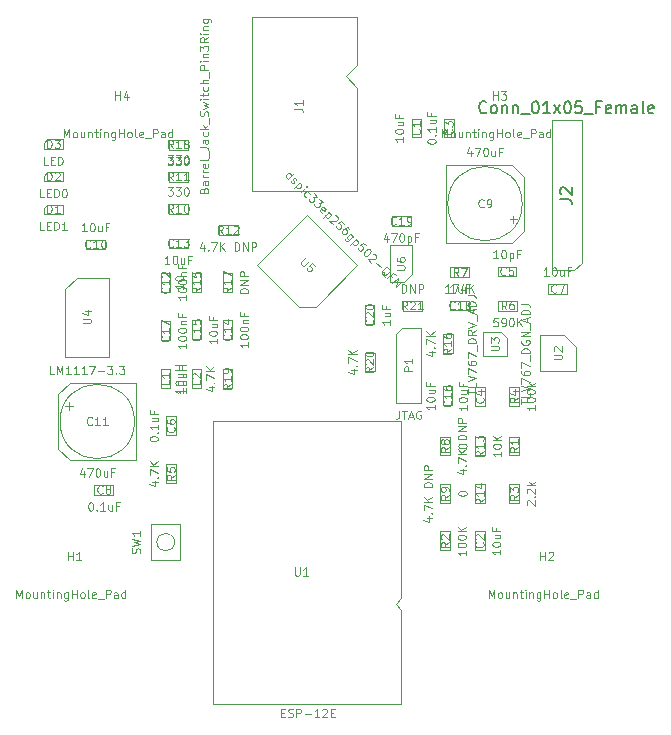
<source format=gbr>
G04 #@! TF.GenerationSoftware,KiCad,Pcbnew,5.1.9*
G04 #@! TF.CreationDate,2021-03-17T14:57:47+01:00*
G04 #@! TF.ProjectId,Y11025HL-WIFI,59313130-3235-4484-9c2d-574946492e6b,rev?*
G04 #@! TF.SameCoordinates,Original*
G04 #@! TF.FileFunction,Other,Fab,Top*
%FSLAX45Y45*%
G04 Gerber Fmt 4.5, Leading zero omitted, Abs format (unit mm)*
G04 Created by KiCad (PCBNEW 5.1.9) date 2021-03-17 14:57:47*
%MOMM*%
%LPD*%
G01*
G04 APERTURE LIST*
%ADD10C,0.100000*%
%ADD11C,0.120000*%
%ADD12C,0.080000*%
%ADD13C,0.150000*%
G04 APERTURE END LIST*
D10*
X10073211Y-9685513D02*
X9931789Y-9685513D01*
X10426764Y-9331960D02*
X10073211Y-9685513D01*
X10002500Y-8907696D02*
X10426764Y-9331960D01*
X9578236Y-9331960D02*
X10002500Y-8907696D01*
X9931789Y-9685513D02*
X9578236Y-9331960D01*
X8843640Y-10376600D02*
X8763640Y-10376600D01*
X8763640Y-10376600D02*
X8763640Y-10216600D01*
X8763640Y-10216600D02*
X8843640Y-10216600D01*
X8843640Y-10216600D02*
X8843640Y-10376600D01*
X9025260Y-10376600D02*
X9025260Y-10216600D01*
X9105260Y-10376600D02*
X9025260Y-10376600D01*
X9105260Y-10216600D02*
X9105260Y-10376600D01*
X9025260Y-10216600D02*
X9105260Y-10216600D01*
X10756000Y-9915320D02*
X10808500Y-9862820D01*
X10756000Y-10497820D02*
X10756000Y-9915320D01*
X10966000Y-10497820D02*
X10756000Y-10497820D01*
X10966000Y-9862820D02*
X10966000Y-10497820D01*
X10808500Y-9862820D02*
X10966000Y-9862820D01*
X10706800Y-9476800D02*
X10706800Y-9166800D01*
X10706800Y-9166800D02*
X10886800Y-9166800D01*
X10886800Y-9411800D02*
X10886800Y-9166800D01*
X10706800Y-9476800D02*
X10821800Y-9476800D01*
X10886800Y-9411800D02*
X10821800Y-9476800D01*
X10887100Y-8252420D02*
X10887100Y-8092420D01*
X10967100Y-8252420D02*
X10887100Y-8252420D01*
X10967100Y-8092420D02*
X10967100Y-8252420D01*
X10887100Y-8092420D02*
X10967100Y-8092420D01*
X11503000Y-11588800D02*
X11503000Y-11748800D01*
X11423000Y-11588800D02*
X11503000Y-11588800D01*
X11423000Y-11748800D02*
X11423000Y-11588800D01*
X11503000Y-11748800D02*
X11423000Y-11748800D01*
X11161400Y-8092420D02*
X11241400Y-8092420D01*
X11241400Y-8092420D02*
X11241400Y-8252420D01*
X11241400Y-8252420D02*
X11161400Y-8252420D01*
X11161400Y-8252420D02*
X11161400Y-8092420D01*
X11425600Y-10524500D02*
X11425600Y-10364500D01*
X11505600Y-10524500D02*
X11425600Y-10524500D01*
X11505600Y-10364500D02*
X11505600Y-10524500D01*
X11425600Y-10364500D02*
X11505600Y-10364500D01*
X11772900Y-9347840D02*
X11772900Y-9427840D01*
X11772900Y-9427840D02*
X11612900Y-9427840D01*
X11612900Y-9427840D02*
X11612900Y-9347840D01*
X11612900Y-9347840D02*
X11772900Y-9347840D01*
X8809360Y-10612500D02*
X8889360Y-10612500D01*
X8889360Y-10612500D02*
X8889360Y-10772500D01*
X8889360Y-10772500D02*
X8809360Y-10772500D01*
X8809360Y-10772500D02*
X8809360Y-10612500D01*
X12040900Y-9495160D02*
X12200900Y-9495160D01*
X12040900Y-9575160D02*
X12040900Y-9495160D01*
X12200900Y-9575160D02*
X12040900Y-9575160D01*
X12200900Y-9495160D02*
X12200900Y-9575160D01*
X8200400Y-11277000D02*
X8200400Y-11197000D01*
X8200400Y-11197000D02*
X8360400Y-11197000D01*
X8360400Y-11197000D02*
X8360400Y-11277000D01*
X8360400Y-11277000D02*
X8200400Y-11277000D01*
X11822000Y-8813800D02*
G75*
G03*
X11822000Y-8813800I-315000J0D01*
G01*
X11177000Y-9143800D02*
X11177000Y-8483800D01*
X11737000Y-9143800D02*
X11177000Y-9143800D01*
X11737000Y-8483800D02*
X11177000Y-8483800D01*
X11837000Y-9043800D02*
X11837000Y-8583800D01*
X11837000Y-9043800D02*
X11737000Y-9143800D01*
X11837000Y-8583800D02*
X11737000Y-8483800D01*
X11777484Y-8946800D02*
X11714484Y-8946800D01*
X11745984Y-8978300D02*
X11745984Y-8915300D01*
X8129280Y-9119240D02*
X8289280Y-9119240D01*
X8129280Y-9199240D02*
X8129280Y-9119240D01*
X8289280Y-9199240D02*
X8129280Y-9199240D01*
X8289280Y-9119240D02*
X8289280Y-9199240D01*
X7985536Y-10493300D02*
X7985536Y-10556300D01*
X7954036Y-10524800D02*
X8017036Y-10524800D01*
X7894520Y-10887800D02*
X7994520Y-10987800D01*
X7894520Y-10427800D02*
X7994520Y-10327800D01*
X7894520Y-10427800D02*
X7894520Y-10887800D01*
X7994520Y-10987800D02*
X8554520Y-10987800D01*
X7994520Y-10327800D02*
X8554520Y-10327800D01*
X8554520Y-10327800D02*
X8554520Y-10987800D01*
X8539520Y-10657800D02*
G75*
G03*
X8539520Y-10657800I-315000J0D01*
G01*
X7931130Y-8820600D02*
X7801130Y-8820600D01*
X7801130Y-8820600D02*
X7771130Y-8850600D01*
X7771130Y-8850600D02*
X7771130Y-8900600D01*
X7771130Y-8900600D02*
X7931130Y-8900600D01*
X7931130Y-8900600D02*
X7931130Y-8820600D01*
X7931130Y-8625200D02*
X7931130Y-8545200D01*
X7771130Y-8625200D02*
X7931130Y-8625200D01*
X7771130Y-8575200D02*
X7771130Y-8625200D01*
X7801130Y-8545200D02*
X7771130Y-8575200D01*
X7931130Y-8545200D02*
X7801130Y-8545200D01*
X9537200Y-7236560D02*
X10427200Y-7236560D01*
X10427200Y-7836560D02*
X10427200Y-8706560D01*
X9537200Y-8706560D02*
X10427200Y-8706560D01*
X9537200Y-7236560D02*
X9537200Y-8706560D01*
X10427200Y-7236560D02*
X10427200Y-7636560D01*
X10427200Y-7636560D02*
X10332200Y-7736560D01*
X10332200Y-7736560D02*
X10427200Y-7836560D01*
X11713850Y-10944900D02*
X11713850Y-10784900D01*
X11796350Y-10944900D02*
X11713850Y-10944900D01*
X11796350Y-10784900D02*
X11796350Y-10944900D01*
X11713850Y-10784900D02*
X11796350Y-10784900D01*
X11212150Y-11588800D02*
X11212150Y-11748800D01*
X11129650Y-11588800D02*
X11212150Y-11588800D01*
X11129650Y-11748800D02*
X11129650Y-11588800D01*
X11212150Y-11748800D02*
X11129650Y-11748800D01*
X11796350Y-11347400D02*
X11713850Y-11347400D01*
X11713850Y-11347400D02*
X11713850Y-11187400D01*
X11713850Y-11187400D02*
X11796350Y-11187400D01*
X11796350Y-11187400D02*
X11796350Y-11347400D01*
X11796350Y-10364500D02*
X11796350Y-10524500D01*
X11713850Y-10364500D02*
X11796350Y-10364500D01*
X11713850Y-10524500D02*
X11713850Y-10364500D01*
X11796350Y-10524500D02*
X11713850Y-10524500D01*
X8808110Y-11018600D02*
X8890610Y-11018600D01*
X8890610Y-11018600D02*
X8890610Y-11178600D01*
X8890610Y-11178600D02*
X8808110Y-11178600D01*
X8808110Y-11178600D02*
X8808110Y-11018600D01*
X11779200Y-9718650D02*
X11619200Y-9718650D01*
X11779200Y-9636150D02*
X11779200Y-9718650D01*
X11619200Y-9636150D02*
X11779200Y-9636150D01*
X11619200Y-9718650D02*
X11619200Y-9636150D01*
X11214100Y-9434170D02*
X11214100Y-9351670D01*
X11214100Y-9351670D02*
X11374100Y-9351670D01*
X11374100Y-9351670D02*
X11374100Y-9434170D01*
X11374100Y-9434170D02*
X11214100Y-9434170D01*
X11212150Y-10944900D02*
X11129650Y-10944900D01*
X11129650Y-10944900D02*
X11129650Y-10784900D01*
X11129650Y-10784900D02*
X11212150Y-10784900D01*
X11212150Y-10784900D02*
X11212150Y-10944900D01*
X11129650Y-11346800D02*
X11129650Y-11186800D01*
X11212150Y-11346800D02*
X11129650Y-11346800D01*
X11212150Y-11186800D02*
X11212150Y-11346800D01*
X11129650Y-11186800D02*
X11212150Y-11186800D01*
X8830320Y-8815350D02*
X8990320Y-8815350D01*
X8830320Y-8897850D02*
X8830320Y-8815350D01*
X8990320Y-8897850D02*
X8830320Y-8897850D01*
X8990320Y-8815350D02*
X8990320Y-8897850D01*
X8990320Y-8543950D02*
X8990320Y-8626450D01*
X8990320Y-8626450D02*
X8830320Y-8626450D01*
X8830320Y-8626450D02*
X8830320Y-8543950D01*
X8830320Y-8543950D02*
X8990320Y-8543950D01*
X9251960Y-9078570D02*
X9251960Y-8996070D01*
X9251960Y-8996070D02*
X9411960Y-8996070D01*
X9411960Y-8996070D02*
X9411960Y-9078570D01*
X9411960Y-9078570D02*
X9251960Y-9078570D01*
X11421750Y-10944900D02*
X11421750Y-10784900D01*
X11504250Y-10944900D02*
X11421750Y-10944900D01*
X11504250Y-10784900D02*
X11504250Y-10944900D01*
X11421750Y-10784900D02*
X11504250Y-10784900D01*
X11421750Y-11186800D02*
X11504250Y-11186800D01*
X11504250Y-11186800D02*
X11504250Y-11346800D01*
X11504250Y-11346800D02*
X11421750Y-11346800D01*
X11421750Y-11346800D02*
X11421750Y-11186800D01*
X8878640Y-11678900D02*
G75*
G03*
X8878640Y-11678900I-75000J0D01*
G01*
X8928640Y-11828900D02*
X8678640Y-11828900D01*
X8928640Y-11528900D02*
X8928640Y-11828900D01*
X8678640Y-11528900D02*
X8928640Y-11528900D01*
X8678640Y-11828900D02*
X8678640Y-11528900D01*
D11*
X10800000Y-12250000D02*
X10800000Y-13050000D01*
X10750000Y-12200000D02*
X10800000Y-12250000D01*
X10800000Y-12150000D02*
X10750000Y-12200000D01*
X10800000Y-10650000D02*
X10800000Y-12150000D01*
X9200000Y-10650000D02*
X10800000Y-10650000D01*
X9200000Y-13050000D02*
X9200000Y-10650000D01*
X10800000Y-13050000D02*
X9200000Y-13050000D01*
D10*
X12276000Y-10228700D02*
X11976000Y-10228700D01*
X11976000Y-10228700D02*
X11976000Y-9928700D01*
X11976000Y-9928700D02*
X12176000Y-9928700D01*
X12276000Y-10028700D02*
X12276000Y-10228700D01*
X12276000Y-10028700D02*
X12176000Y-9928700D01*
X11642600Y-9902500D02*
X11692600Y-9952500D01*
X11492600Y-9902500D02*
X11642600Y-9902500D01*
X11492600Y-10102500D02*
X11492600Y-9902500D01*
X11692600Y-10102500D02*
X11492600Y-10102500D01*
X11692600Y-9952500D02*
X11692600Y-10102500D01*
X8323160Y-9438920D02*
X8323160Y-10108920D01*
X7953160Y-10108920D02*
X8323160Y-10108920D01*
X8053160Y-9438920D02*
X8323160Y-9438920D01*
X7953160Y-9538920D02*
X7953160Y-10108920D01*
X7953160Y-9538920D02*
X8053160Y-9438920D01*
X8843640Y-9399280D02*
X8843640Y-9559280D01*
X8763640Y-9399280D02*
X8843640Y-9399280D01*
X8763640Y-9559280D02*
X8763640Y-9399280D01*
X8843640Y-9559280D02*
X8763640Y-9559280D01*
X8830320Y-9189080D02*
X8830320Y-9109080D01*
X8830320Y-9109080D02*
X8990320Y-9109080D01*
X8990320Y-9109080D02*
X8990320Y-9189080D01*
X8990320Y-9189080D02*
X8830320Y-9189080D01*
X9366880Y-9959300D02*
X9286880Y-9959300D01*
X9286880Y-9959300D02*
X9286880Y-9799300D01*
X9286880Y-9799300D02*
X9366880Y-9799300D01*
X9366880Y-9799300D02*
X9366880Y-9959300D01*
X9105260Y-9801900D02*
X9105260Y-9961900D01*
X9025260Y-9801900D02*
X9105260Y-9801900D01*
X9025260Y-9961900D02*
X9025260Y-9801900D01*
X9105260Y-9961900D02*
X9025260Y-9961900D01*
X11151200Y-10520700D02*
X11151200Y-10360700D01*
X11231200Y-10520700D02*
X11151200Y-10520700D01*
X11231200Y-10360700D02*
X11231200Y-10520700D01*
X11151200Y-10360700D02*
X11231200Y-10360700D01*
X8843640Y-9970460D02*
X8763640Y-9970460D01*
X8763640Y-9970460D02*
X8763640Y-9810460D01*
X8763640Y-9810460D02*
X8843640Y-9810460D01*
X8843640Y-9810460D02*
X8843640Y-9970460D01*
X11374100Y-9637400D02*
X11374100Y-9717400D01*
X11374100Y-9717400D02*
X11214100Y-9717400D01*
X11214100Y-9717400D02*
X11214100Y-9637400D01*
X11214100Y-9637400D02*
X11374100Y-9637400D01*
X10716300Y-9001120D02*
X10716300Y-8921120D01*
X10716300Y-8921120D02*
X10876300Y-8921120D01*
X10876300Y-8921120D02*
X10876300Y-9001120D01*
X10876300Y-9001120D02*
X10716300Y-9001120D01*
X10570800Y-9674900D02*
X10570800Y-9834900D01*
X10490800Y-9674900D02*
X10570800Y-9674900D01*
X10490800Y-9834900D02*
X10490800Y-9674900D01*
X10570800Y-9834900D02*
X10490800Y-9834900D01*
X7931130Y-8269800D02*
X7801130Y-8269800D01*
X7801130Y-8269800D02*
X7771130Y-8299800D01*
X7771130Y-8299800D02*
X7771130Y-8349800D01*
X7771130Y-8349800D02*
X7931130Y-8349800D01*
X7931130Y-8349800D02*
X7931130Y-8269800D01*
X9024010Y-9559280D02*
X9024010Y-9399280D01*
X9106510Y-9559280D02*
X9024010Y-9559280D01*
X9106510Y-9399280D02*
X9106510Y-9559280D01*
X9024010Y-9399280D02*
X9106510Y-9399280D01*
X11149950Y-9917440D02*
X11232450Y-9917440D01*
X11232450Y-9917440D02*
X11232450Y-10077440D01*
X11232450Y-10077440D02*
X11149950Y-10077440D01*
X11149950Y-10077440D02*
X11149950Y-9917440D01*
X9368130Y-9399280D02*
X9368130Y-9559280D01*
X9285630Y-9399280D02*
X9368130Y-9399280D01*
X9285630Y-9559280D02*
X9285630Y-9399280D01*
X9368130Y-9559280D02*
X9285630Y-9559280D01*
X8990320Y-8355050D02*
X8830320Y-8355050D01*
X8990320Y-8272550D02*
X8990320Y-8355050D01*
X8830320Y-8272550D02*
X8990320Y-8272550D01*
X8830320Y-8355050D02*
X8830320Y-8272550D01*
X9285630Y-10216600D02*
X9368130Y-10216600D01*
X9368130Y-10216600D02*
X9368130Y-10376600D01*
X9368130Y-10376600D02*
X9285630Y-10376600D01*
X9285630Y-10376600D02*
X9285630Y-10216600D01*
X10489550Y-10073700D02*
X10572050Y-10073700D01*
X10572050Y-10073700D02*
X10572050Y-10233700D01*
X10572050Y-10233700D02*
X10489550Y-10233700D01*
X10489550Y-10233700D02*
X10489550Y-10073700D01*
X10971500Y-9636150D02*
X10971500Y-9718650D01*
X10971500Y-9718650D02*
X10811500Y-9718650D01*
X10811500Y-9718650D02*
X10811500Y-9636150D01*
X10811500Y-9636150D02*
X10971500Y-9636150D01*
X12324080Y-9314180D02*
X12260580Y-9377680D01*
X12324080Y-8107680D02*
X12324080Y-9314180D01*
X12070080Y-8107680D02*
X12324080Y-8107680D01*
X12070080Y-9377680D02*
X12070080Y-8107680D01*
X12260580Y-9377680D02*
X12070080Y-9377680D01*
D12*
X9838687Y-8604819D02*
X9888184Y-8555321D01*
X9841044Y-8602462D02*
X9833973Y-8600104D01*
X9824545Y-8590676D01*
X9822188Y-8583605D01*
X9822188Y-8578891D01*
X9824545Y-8571820D01*
X9838687Y-8557678D01*
X9845758Y-8555321D01*
X9850472Y-8555321D01*
X9857543Y-8557678D01*
X9866971Y-8567106D01*
X9869328Y-8574177D01*
X9862257Y-8623675D02*
X9864614Y-8630746D01*
X9874042Y-8640174D01*
X9881113Y-8642531D01*
X9888184Y-8640174D01*
X9890541Y-8637817D01*
X9892898Y-8630746D01*
X9890541Y-8623675D01*
X9883470Y-8616604D01*
X9881113Y-8609533D01*
X9883470Y-8602462D01*
X9885827Y-8600104D01*
X9892898Y-8597747D01*
X9899970Y-8600104D01*
X9907041Y-8607176D01*
X9909398Y-8614247D01*
X9935325Y-8635460D02*
X9885827Y-8684957D01*
X9932968Y-8637817D02*
X9940039Y-8640174D01*
X9949467Y-8649602D01*
X9951824Y-8656673D01*
X9951824Y-8661387D01*
X9949467Y-8668458D01*
X9935325Y-8682600D01*
X9928254Y-8684957D01*
X9923540Y-8684957D01*
X9916469Y-8682600D01*
X9907041Y-8673172D01*
X9904684Y-8666101D01*
X9947110Y-8713242D02*
X9980108Y-8680243D01*
X9996607Y-8663744D02*
X9991893Y-8663744D01*
X9991893Y-8668458D01*
X9996607Y-8668458D01*
X9996607Y-8663744D01*
X9991893Y-8668458D01*
X9994250Y-8755668D02*
X9987179Y-8753311D01*
X9977751Y-8743883D01*
X9975394Y-8736812D01*
X9975394Y-8732098D01*
X9977751Y-8725027D01*
X9991893Y-8710885D01*
X9998964Y-8708528D01*
X10003678Y-8708528D01*
X10010750Y-8710885D01*
X10020178Y-8720313D01*
X10022535Y-8727384D01*
X10057890Y-8725027D02*
X10088531Y-8755668D01*
X10053176Y-8758025D01*
X10060247Y-8765096D01*
X10062604Y-8772167D01*
X10062604Y-8776881D01*
X10060247Y-8783952D01*
X10048462Y-8795737D01*
X10041391Y-8798094D01*
X10036677Y-8798094D01*
X10029606Y-8795737D01*
X10015464Y-8781595D01*
X10013107Y-8774524D01*
X10013107Y-8769810D01*
X10105030Y-8772167D02*
X10135672Y-8802808D01*
X10100316Y-8805165D01*
X10107387Y-8812237D01*
X10109745Y-8819308D01*
X10109745Y-8824022D01*
X10107387Y-8831093D01*
X10095602Y-8842878D01*
X10088531Y-8845235D01*
X10083817Y-8845235D01*
X10076746Y-8842878D01*
X10062604Y-8828736D01*
X10060247Y-8821665D01*
X10060247Y-8816951D01*
X10128601Y-8890018D02*
X10121530Y-8887661D01*
X10112102Y-8878233D01*
X10109745Y-8871162D01*
X10112102Y-8864091D01*
X10130958Y-8845235D01*
X10138029Y-8842878D01*
X10145100Y-8845235D01*
X10154528Y-8854663D01*
X10156885Y-8861734D01*
X10154528Y-8868805D01*
X10149814Y-8873519D01*
X10121530Y-8854663D01*
X10182812Y-8882947D02*
X10133315Y-8932445D01*
X10180455Y-8885304D02*
X10187526Y-8887661D01*
X10196954Y-8897089D01*
X10199311Y-8904160D01*
X10199311Y-8908874D01*
X10196954Y-8915946D01*
X10182812Y-8930088D01*
X10175741Y-8932445D01*
X10171027Y-8932445D01*
X10163956Y-8930088D01*
X10154528Y-8920660D01*
X10152171Y-8913589D01*
X10237024Y-8913589D02*
X10241738Y-8913589D01*
X10248809Y-8915946D01*
X10260594Y-8927731D01*
X10262951Y-8934802D01*
X10262951Y-8939516D01*
X10260594Y-8946587D01*
X10255880Y-8951301D01*
X10246452Y-8956015D01*
X10189883Y-8956015D01*
X10220525Y-8986656D01*
X10314805Y-8981942D02*
X10291235Y-8958372D01*
X10265308Y-8979585D01*
X10270022Y-8979585D01*
X10277093Y-8981942D01*
X10288878Y-8993727D01*
X10291235Y-9000798D01*
X10291235Y-9005512D01*
X10288878Y-9012583D01*
X10277093Y-9024369D01*
X10270022Y-9026726D01*
X10265308Y-9026726D01*
X10258237Y-9024369D01*
X10246452Y-9012583D01*
X10244095Y-9005512D01*
X10244095Y-9000798D01*
X10359589Y-9026726D02*
X10350161Y-9017297D01*
X10343090Y-9014940D01*
X10338376Y-9014940D01*
X10326591Y-9017297D01*
X10314805Y-9024369D01*
X10295949Y-9043225D01*
X10293592Y-9050296D01*
X10293592Y-9055010D01*
X10295949Y-9062081D01*
X10305377Y-9071509D01*
X10312448Y-9073866D01*
X10317163Y-9073866D01*
X10324234Y-9071509D01*
X10336019Y-9059724D01*
X10338376Y-9052653D01*
X10338376Y-9047939D01*
X10336019Y-9040868D01*
X10326591Y-9031440D01*
X10319520Y-9029083D01*
X10314805Y-9029083D01*
X10307734Y-9031440D01*
X10390230Y-9090365D02*
X10350161Y-9130435D01*
X10343090Y-9132792D01*
X10338376Y-9132792D01*
X10331305Y-9130435D01*
X10324234Y-9123364D01*
X10321877Y-9116292D01*
X10359589Y-9121006D02*
X10352518Y-9118649D01*
X10343090Y-9109221D01*
X10340733Y-9102150D01*
X10340733Y-9097436D01*
X10343090Y-9090365D01*
X10357232Y-9076223D01*
X10364303Y-9073866D01*
X10369017Y-9073866D01*
X10376088Y-9076223D01*
X10385516Y-9085651D01*
X10387873Y-9092722D01*
X10413800Y-9113935D02*
X10364303Y-9163433D01*
X10411443Y-9116292D02*
X10418514Y-9118649D01*
X10427943Y-9128078D01*
X10430300Y-9135149D01*
X10430300Y-9139863D01*
X10427943Y-9146934D01*
X10413800Y-9161076D01*
X10406729Y-9163433D01*
X10402015Y-9163433D01*
X10394944Y-9161076D01*
X10385516Y-9151648D01*
X10383159Y-9144577D01*
X10498653Y-9165790D02*
X10475083Y-9142220D01*
X10449156Y-9163433D01*
X10453870Y-9163433D01*
X10460941Y-9165790D01*
X10472726Y-9177575D01*
X10475083Y-9184646D01*
X10475083Y-9189360D01*
X10472726Y-9196431D01*
X10460941Y-9208216D01*
X10453870Y-9210573D01*
X10449156Y-9210573D01*
X10442085Y-9208216D01*
X10430300Y-9196431D01*
X10427943Y-9189360D01*
X10427943Y-9184646D01*
X10531652Y-9198788D02*
X10536366Y-9203502D01*
X10538723Y-9210573D01*
X10538723Y-9215287D01*
X10536366Y-9222358D01*
X10529295Y-9234144D01*
X10517509Y-9245929D01*
X10505724Y-9253000D01*
X10498653Y-9255357D01*
X10493939Y-9255357D01*
X10486868Y-9253000D01*
X10482154Y-9248286D01*
X10479797Y-9241215D01*
X10479797Y-9236501D01*
X10482154Y-9229430D01*
X10489225Y-9217644D01*
X10501010Y-9205859D01*
X10512795Y-9198788D01*
X10519866Y-9196431D01*
X10524580Y-9196431D01*
X10531652Y-9198788D01*
X10562293Y-9238858D02*
X10567007Y-9238858D01*
X10574078Y-9241215D01*
X10585863Y-9253000D01*
X10588220Y-9260071D01*
X10588220Y-9264785D01*
X10585863Y-9271856D01*
X10581149Y-9276570D01*
X10571721Y-9281284D01*
X10515152Y-9281284D01*
X10545794Y-9311925D01*
X10585863Y-9314282D02*
X10623575Y-9351995D01*
X10656574Y-9432133D02*
X10654217Y-9425062D01*
X10654217Y-9415634D01*
X10654217Y-9401492D01*
X10651860Y-9394421D01*
X10647146Y-9389707D01*
X10637718Y-9403849D02*
X10635361Y-9396778D01*
X10635361Y-9387350D01*
X10642432Y-9375565D01*
X10658931Y-9359066D01*
X10670716Y-9351995D01*
X10680144Y-9351995D01*
X10687215Y-9354352D01*
X10696643Y-9363780D01*
X10699000Y-9370851D01*
X10699000Y-9380279D01*
X10691929Y-9392064D01*
X10675430Y-9408563D01*
X10663645Y-9415634D01*
X10654217Y-9415634D01*
X10647146Y-9413277D01*
X10637718Y-9403849D01*
X10722570Y-9436848D02*
X10706071Y-9420348D01*
X10680144Y-9446276D02*
X10729641Y-9396778D01*
X10753212Y-9420348D01*
X10722570Y-9488702D02*
X10772068Y-9439205D01*
X10750855Y-9516986D01*
X10800352Y-9467489D01*
X9991893Y-9267142D02*
X9951824Y-9307211D01*
X9949467Y-9314282D01*
X9949467Y-9318996D01*
X9951824Y-9326067D01*
X9961252Y-9335496D01*
X9968323Y-9337853D01*
X9973037Y-9337853D01*
X9980108Y-9335496D01*
X10020178Y-9295426D01*
X10067318Y-9342567D02*
X10043748Y-9318996D01*
X10017821Y-9340210D01*
X10022535Y-9340210D01*
X10029606Y-9342567D01*
X10041391Y-9354352D01*
X10043748Y-9361423D01*
X10043748Y-9366137D01*
X10041391Y-9373208D01*
X10029606Y-9384993D01*
X10022535Y-9387350D01*
X10017821Y-9387350D01*
X10010750Y-9384993D01*
X9998964Y-9373208D01*
X9996607Y-9366137D01*
X9996607Y-9361423D01*
X8978307Y-10378267D02*
X8978307Y-10418267D01*
X8978307Y-10398267D02*
X8908307Y-10398267D01*
X8918307Y-10404933D01*
X8924973Y-10411600D01*
X8928307Y-10418267D01*
X8908307Y-10334933D02*
X8908307Y-10328267D01*
X8911640Y-10321600D01*
X8914973Y-10318267D01*
X8921640Y-10314933D01*
X8934973Y-10311600D01*
X8951640Y-10311600D01*
X8964973Y-10314933D01*
X8971640Y-10318267D01*
X8974973Y-10321600D01*
X8978307Y-10328267D01*
X8978307Y-10334933D01*
X8974973Y-10341600D01*
X8971640Y-10344933D01*
X8964973Y-10348267D01*
X8951640Y-10351600D01*
X8934973Y-10351600D01*
X8921640Y-10348267D01*
X8914973Y-10344933D01*
X8911640Y-10341600D01*
X8908307Y-10334933D01*
X8931640Y-10251600D02*
X8978307Y-10251600D01*
X8931640Y-10281600D02*
X8968307Y-10281600D01*
X8974973Y-10278267D01*
X8978307Y-10271600D01*
X8978307Y-10261600D01*
X8974973Y-10254933D01*
X8971640Y-10251600D01*
X8978307Y-10218267D02*
X8908307Y-10218267D01*
X8941640Y-10218267D02*
X8941640Y-10178267D01*
X8978307Y-10178267D02*
X8908307Y-10178267D01*
X8835307Y-10308267D02*
X8835307Y-10341600D01*
X8765307Y-10341600D01*
X8835307Y-10248267D02*
X8835307Y-10288267D01*
X8835307Y-10268267D02*
X8765307Y-10268267D01*
X8775307Y-10274933D01*
X8781973Y-10281600D01*
X8785307Y-10288267D01*
X8953927Y-10378267D02*
X8953927Y-10418267D01*
X8953927Y-10398267D02*
X8883927Y-10398267D01*
X8893927Y-10404933D01*
X8900593Y-10411600D01*
X8903927Y-10418267D01*
X8883927Y-10334933D02*
X8883927Y-10328267D01*
X8887260Y-10321600D01*
X8890593Y-10318267D01*
X8897260Y-10314933D01*
X8910593Y-10311600D01*
X8927260Y-10311600D01*
X8940593Y-10314933D01*
X8947260Y-10318267D01*
X8950593Y-10321600D01*
X8953927Y-10328267D01*
X8953927Y-10334933D01*
X8950593Y-10341600D01*
X8947260Y-10344933D01*
X8940593Y-10348267D01*
X8927260Y-10351600D01*
X8910593Y-10351600D01*
X8897260Y-10348267D01*
X8890593Y-10344933D01*
X8887260Y-10341600D01*
X8883927Y-10334933D01*
X8907260Y-10251600D02*
X8953927Y-10251600D01*
X8907260Y-10281600D02*
X8943927Y-10281600D01*
X8950593Y-10278267D01*
X8953927Y-10271600D01*
X8953927Y-10261600D01*
X8950593Y-10254933D01*
X8947260Y-10251600D01*
X8953927Y-10218267D02*
X8883927Y-10218267D01*
X8917260Y-10218267D02*
X8917260Y-10178267D01*
X8953927Y-10178267D02*
X8883927Y-10178267D01*
X9096927Y-10308267D02*
X9096927Y-10341600D01*
X9026927Y-10341600D01*
X9033593Y-10288267D02*
X9030260Y-10284933D01*
X9026927Y-10278267D01*
X9026927Y-10261600D01*
X9030260Y-10254933D01*
X9033593Y-10251600D01*
X9040260Y-10248267D01*
X9046927Y-10248267D01*
X9056927Y-10251600D01*
X9096927Y-10291600D01*
X9096927Y-10248267D01*
X10779333Y-10565487D02*
X10779333Y-10615487D01*
X10776000Y-10625487D01*
X10769333Y-10632153D01*
X10759333Y-10635487D01*
X10752667Y-10635487D01*
X10802667Y-10565487D02*
X10842667Y-10565487D01*
X10822667Y-10635487D02*
X10822667Y-10565487D01*
X10862667Y-10615487D02*
X10896000Y-10615487D01*
X10856000Y-10635487D02*
X10879333Y-10565487D01*
X10902667Y-10635487D01*
X10962667Y-10568820D02*
X10956000Y-10565487D01*
X10946000Y-10565487D01*
X10936000Y-10568820D01*
X10929333Y-10575487D01*
X10926000Y-10582153D01*
X10922667Y-10595487D01*
X10922667Y-10605487D01*
X10926000Y-10618820D01*
X10929333Y-10625487D01*
X10936000Y-10632153D01*
X10946000Y-10635487D01*
X10952667Y-10635487D01*
X10962667Y-10632153D01*
X10966000Y-10628820D01*
X10966000Y-10605487D01*
X10952667Y-10605487D01*
X10892667Y-10231987D02*
X10822667Y-10231987D01*
X10822667Y-10205320D01*
X10826000Y-10198653D01*
X10829333Y-10195320D01*
X10836000Y-10191987D01*
X10846000Y-10191987D01*
X10852667Y-10195320D01*
X10856000Y-10198653D01*
X10859333Y-10205320D01*
X10859333Y-10231987D01*
X10892667Y-10125320D02*
X10892667Y-10165320D01*
X10892667Y-10145320D02*
X10822667Y-10145320D01*
X10832667Y-10151987D01*
X10839333Y-10158653D01*
X10842667Y-10165320D01*
X10758467Y-9375133D02*
X10815133Y-9375133D01*
X10821800Y-9371800D01*
X10825133Y-9368467D01*
X10828467Y-9361800D01*
X10828467Y-9348467D01*
X10825133Y-9341800D01*
X10821800Y-9338467D01*
X10815133Y-9335133D01*
X10758467Y-9335133D01*
X10758467Y-9271800D02*
X10758467Y-9285133D01*
X10761800Y-9291800D01*
X10765133Y-9295133D01*
X10775133Y-9301800D01*
X10788467Y-9305133D01*
X10815133Y-9305133D01*
X10821800Y-9301800D01*
X10825133Y-9298467D01*
X10828467Y-9291800D01*
X10828467Y-9278467D01*
X10825133Y-9271800D01*
X10821800Y-9268467D01*
X10815133Y-9265133D01*
X10798467Y-9265133D01*
X10791800Y-9268467D01*
X10788467Y-9271800D01*
X10785133Y-9278467D01*
X10785133Y-9291800D01*
X10788467Y-9298467D01*
X10791800Y-9301800D01*
X10798467Y-9305133D01*
X10815767Y-8247420D02*
X10815767Y-8287420D01*
X10815767Y-8267420D02*
X10745767Y-8267420D01*
X10755767Y-8274087D01*
X10762433Y-8280753D01*
X10765767Y-8287420D01*
X10745767Y-8204087D02*
X10745767Y-8197420D01*
X10749100Y-8190753D01*
X10752433Y-8187420D01*
X10759100Y-8184087D01*
X10772433Y-8180753D01*
X10789100Y-8180753D01*
X10802433Y-8184087D01*
X10809100Y-8187420D01*
X10812433Y-8190753D01*
X10815767Y-8197420D01*
X10815767Y-8204087D01*
X10812433Y-8210753D01*
X10809100Y-8214087D01*
X10802433Y-8217420D01*
X10789100Y-8220753D01*
X10772433Y-8220753D01*
X10759100Y-8217420D01*
X10752433Y-8214087D01*
X10749100Y-8210753D01*
X10745767Y-8204087D01*
X10769100Y-8120753D02*
X10815767Y-8120753D01*
X10769100Y-8150753D02*
X10805767Y-8150753D01*
X10812433Y-8147420D01*
X10815767Y-8140753D01*
X10815767Y-8130753D01*
X10812433Y-8124087D01*
X10809100Y-8120753D01*
X10779100Y-8064087D02*
X10779100Y-8087420D01*
X10815767Y-8087420D02*
X10745767Y-8087420D01*
X10745767Y-8054087D01*
X10952100Y-8184087D02*
X10955433Y-8187420D01*
X10958767Y-8197420D01*
X10958767Y-8204087D01*
X10955433Y-8214087D01*
X10948767Y-8220753D01*
X10942100Y-8224087D01*
X10928767Y-8227420D01*
X10918767Y-8227420D01*
X10905433Y-8224087D01*
X10898767Y-8220753D01*
X10892100Y-8214087D01*
X10888767Y-8204087D01*
X10888767Y-8197420D01*
X10892100Y-8187420D01*
X10895433Y-8184087D01*
X10958767Y-8117420D02*
X10958767Y-8157420D01*
X10958767Y-8137420D02*
X10888767Y-8137420D01*
X10898767Y-8144087D01*
X10905433Y-8150753D01*
X10908767Y-8157420D01*
X11637667Y-11743800D02*
X11637667Y-11783800D01*
X11637667Y-11763800D02*
X11567667Y-11763800D01*
X11577667Y-11770467D01*
X11584333Y-11777133D01*
X11587667Y-11783800D01*
X11567667Y-11700467D02*
X11567667Y-11693800D01*
X11571000Y-11687133D01*
X11574333Y-11683800D01*
X11581000Y-11680467D01*
X11594333Y-11677133D01*
X11611000Y-11677133D01*
X11624333Y-11680467D01*
X11631000Y-11683800D01*
X11634333Y-11687133D01*
X11637667Y-11693800D01*
X11637667Y-11700467D01*
X11634333Y-11707133D01*
X11631000Y-11710467D01*
X11624333Y-11713800D01*
X11611000Y-11717133D01*
X11594333Y-11717133D01*
X11581000Y-11713800D01*
X11574333Y-11710467D01*
X11571000Y-11707133D01*
X11567667Y-11700467D01*
X11591000Y-11617133D02*
X11637667Y-11617133D01*
X11591000Y-11647133D02*
X11627667Y-11647133D01*
X11634333Y-11643800D01*
X11637667Y-11637133D01*
X11637667Y-11627133D01*
X11634333Y-11620467D01*
X11631000Y-11617133D01*
X11601000Y-11560467D02*
X11601000Y-11583800D01*
X11637667Y-11583800D02*
X11567667Y-11583800D01*
X11567667Y-11550467D01*
X11488000Y-11680467D02*
X11491333Y-11683800D01*
X11494667Y-11693800D01*
X11494667Y-11700467D01*
X11491333Y-11710467D01*
X11484667Y-11717133D01*
X11478000Y-11720467D01*
X11464667Y-11723800D01*
X11454667Y-11723800D01*
X11441333Y-11720467D01*
X11434667Y-11717133D01*
X11428000Y-11710467D01*
X11424667Y-11700467D01*
X11424667Y-11693800D01*
X11428000Y-11683800D01*
X11431333Y-11680467D01*
X11431333Y-11653800D02*
X11428000Y-11650467D01*
X11424667Y-11643800D01*
X11424667Y-11627133D01*
X11428000Y-11620467D01*
X11431333Y-11617133D01*
X11438000Y-11613800D01*
X11444667Y-11613800D01*
X11454667Y-11617133D01*
X11494667Y-11657133D01*
X11494667Y-11613800D01*
X11020067Y-8287420D02*
X11020067Y-8280753D01*
X11023400Y-8274087D01*
X11026733Y-8270753D01*
X11033400Y-8267420D01*
X11046733Y-8264087D01*
X11063400Y-8264087D01*
X11076733Y-8267420D01*
X11083400Y-8270753D01*
X11086733Y-8274087D01*
X11090067Y-8280753D01*
X11090067Y-8287420D01*
X11086733Y-8294087D01*
X11083400Y-8297420D01*
X11076733Y-8300753D01*
X11063400Y-8304087D01*
X11046733Y-8304087D01*
X11033400Y-8300753D01*
X11026733Y-8297420D01*
X11023400Y-8294087D01*
X11020067Y-8287420D01*
X11083400Y-8234087D02*
X11086733Y-8230753D01*
X11090067Y-8234087D01*
X11086733Y-8237420D01*
X11083400Y-8234087D01*
X11090067Y-8234087D01*
X11090067Y-8164087D02*
X11090067Y-8204087D01*
X11090067Y-8184087D02*
X11020067Y-8184087D01*
X11030067Y-8190753D01*
X11036733Y-8197420D01*
X11040067Y-8204087D01*
X11043400Y-8104087D02*
X11090067Y-8104087D01*
X11043400Y-8134087D02*
X11080067Y-8134087D01*
X11086733Y-8130753D01*
X11090067Y-8124087D01*
X11090067Y-8114087D01*
X11086733Y-8107420D01*
X11083400Y-8104087D01*
X11053400Y-8047420D02*
X11053400Y-8070753D01*
X11090067Y-8070753D02*
X11020067Y-8070753D01*
X11020067Y-8037420D01*
X11226400Y-8184087D02*
X11229733Y-8187420D01*
X11233067Y-8197420D01*
X11233067Y-8204087D01*
X11229733Y-8214087D01*
X11223067Y-8220753D01*
X11216400Y-8224087D01*
X11203067Y-8227420D01*
X11193067Y-8227420D01*
X11179733Y-8224087D01*
X11173067Y-8220753D01*
X11166400Y-8214087D01*
X11163067Y-8204087D01*
X11163067Y-8197420D01*
X11166400Y-8187420D01*
X11169733Y-8184087D01*
X11163067Y-8160753D02*
X11163067Y-8117420D01*
X11189733Y-8140753D01*
X11189733Y-8130753D01*
X11193067Y-8124087D01*
X11196400Y-8120753D01*
X11203067Y-8117420D01*
X11219733Y-8117420D01*
X11226400Y-8120753D01*
X11229733Y-8124087D01*
X11233067Y-8130753D01*
X11233067Y-8150753D01*
X11229733Y-8157420D01*
X11226400Y-8160753D01*
X11354267Y-10519500D02*
X11354267Y-10559500D01*
X11354267Y-10539500D02*
X11284267Y-10539500D01*
X11294267Y-10546167D01*
X11300933Y-10552833D01*
X11304267Y-10559500D01*
X11284267Y-10476167D02*
X11284267Y-10469500D01*
X11287600Y-10462833D01*
X11290933Y-10459500D01*
X11297600Y-10456167D01*
X11310933Y-10452833D01*
X11327600Y-10452833D01*
X11340933Y-10456167D01*
X11347600Y-10459500D01*
X11350933Y-10462833D01*
X11354267Y-10469500D01*
X11354267Y-10476167D01*
X11350933Y-10482833D01*
X11347600Y-10486167D01*
X11340933Y-10489500D01*
X11327600Y-10492833D01*
X11310933Y-10492833D01*
X11297600Y-10489500D01*
X11290933Y-10486167D01*
X11287600Y-10482833D01*
X11284267Y-10476167D01*
X11307600Y-10392833D02*
X11354267Y-10392833D01*
X11307600Y-10422833D02*
X11344267Y-10422833D01*
X11350933Y-10419500D01*
X11354267Y-10412833D01*
X11354267Y-10402833D01*
X11350933Y-10396167D01*
X11347600Y-10392833D01*
X11317600Y-10336167D02*
X11317600Y-10359500D01*
X11354267Y-10359500D02*
X11284267Y-10359500D01*
X11284267Y-10326167D01*
X11490600Y-10456167D02*
X11493933Y-10459500D01*
X11497267Y-10469500D01*
X11497267Y-10476167D01*
X11493933Y-10486167D01*
X11487267Y-10492833D01*
X11480600Y-10496167D01*
X11467267Y-10499500D01*
X11457267Y-10499500D01*
X11443933Y-10496167D01*
X11437267Y-10492833D01*
X11430600Y-10486167D01*
X11427267Y-10476167D01*
X11427267Y-10469500D01*
X11430600Y-10459500D01*
X11433933Y-10456167D01*
X11450600Y-10396167D02*
X11497267Y-10396167D01*
X11423933Y-10412833D02*
X11473933Y-10429500D01*
X11473933Y-10386167D01*
X11617900Y-9276507D02*
X11577900Y-9276507D01*
X11597900Y-9276507D02*
X11597900Y-9206507D01*
X11591233Y-9216507D01*
X11584567Y-9223173D01*
X11577900Y-9226507D01*
X11661233Y-9206507D02*
X11667900Y-9206507D01*
X11674567Y-9209840D01*
X11677900Y-9213173D01*
X11681233Y-9219840D01*
X11684567Y-9233173D01*
X11684567Y-9249840D01*
X11681233Y-9263173D01*
X11677900Y-9269840D01*
X11674567Y-9273173D01*
X11667900Y-9276507D01*
X11661233Y-9276507D01*
X11654567Y-9273173D01*
X11651233Y-9269840D01*
X11647900Y-9263173D01*
X11644567Y-9249840D01*
X11644567Y-9233173D01*
X11647900Y-9219840D01*
X11651233Y-9213173D01*
X11654567Y-9209840D01*
X11661233Y-9206507D01*
X11714567Y-9229840D02*
X11714567Y-9299840D01*
X11714567Y-9233173D02*
X11721233Y-9229840D01*
X11734567Y-9229840D01*
X11741233Y-9233173D01*
X11744567Y-9236507D01*
X11747900Y-9243173D01*
X11747900Y-9263173D01*
X11744567Y-9269840D01*
X11741233Y-9273173D01*
X11734567Y-9276507D01*
X11721233Y-9276507D01*
X11714567Y-9273173D01*
X11801233Y-9239840D02*
X11777900Y-9239840D01*
X11777900Y-9276507D02*
X11777900Y-9206507D01*
X11811233Y-9206507D01*
X11681233Y-9412840D02*
X11677900Y-9416173D01*
X11667900Y-9419507D01*
X11661233Y-9419507D01*
X11651233Y-9416173D01*
X11644567Y-9409507D01*
X11641233Y-9402840D01*
X11637900Y-9389507D01*
X11637900Y-9379507D01*
X11641233Y-9366173D01*
X11644567Y-9359507D01*
X11651233Y-9352840D01*
X11661233Y-9349507D01*
X11667900Y-9349507D01*
X11677900Y-9352840D01*
X11681233Y-9356173D01*
X11744567Y-9349507D02*
X11711233Y-9349507D01*
X11707900Y-9382840D01*
X11711233Y-9379507D01*
X11717900Y-9376173D01*
X11734567Y-9376173D01*
X11741233Y-9379507D01*
X11744567Y-9382840D01*
X11747900Y-9389507D01*
X11747900Y-9406173D01*
X11744567Y-9412840D01*
X11741233Y-9416173D01*
X11734567Y-9419507D01*
X11717900Y-9419507D01*
X11711233Y-9416173D01*
X11707900Y-9412840D01*
X8668027Y-10807500D02*
X8668027Y-10800833D01*
X8671360Y-10794167D01*
X8674693Y-10790833D01*
X8681360Y-10787500D01*
X8694693Y-10784167D01*
X8711360Y-10784167D01*
X8724693Y-10787500D01*
X8731360Y-10790833D01*
X8734693Y-10794167D01*
X8738027Y-10800833D01*
X8738027Y-10807500D01*
X8734693Y-10814167D01*
X8731360Y-10817500D01*
X8724693Y-10820833D01*
X8711360Y-10824167D01*
X8694693Y-10824167D01*
X8681360Y-10820833D01*
X8674693Y-10817500D01*
X8671360Y-10814167D01*
X8668027Y-10807500D01*
X8731360Y-10754167D02*
X8734693Y-10750833D01*
X8738027Y-10754167D01*
X8734693Y-10757500D01*
X8731360Y-10754167D01*
X8738027Y-10754167D01*
X8738027Y-10684167D02*
X8738027Y-10724167D01*
X8738027Y-10704167D02*
X8668027Y-10704167D01*
X8678027Y-10710833D01*
X8684693Y-10717500D01*
X8688027Y-10724167D01*
X8691360Y-10624167D02*
X8738027Y-10624167D01*
X8691360Y-10654167D02*
X8728027Y-10654167D01*
X8734693Y-10650833D01*
X8738027Y-10644167D01*
X8738027Y-10634167D01*
X8734693Y-10627500D01*
X8731360Y-10624167D01*
X8701360Y-10567500D02*
X8701360Y-10590833D01*
X8738027Y-10590833D02*
X8668027Y-10590833D01*
X8668027Y-10557500D01*
X8874360Y-10704167D02*
X8877693Y-10707500D01*
X8881027Y-10717500D01*
X8881027Y-10724167D01*
X8877693Y-10734167D01*
X8871027Y-10740833D01*
X8864360Y-10744167D01*
X8851027Y-10747500D01*
X8841027Y-10747500D01*
X8827693Y-10744167D01*
X8821027Y-10740833D01*
X8814360Y-10734167D01*
X8811027Y-10724167D01*
X8811027Y-10717500D01*
X8814360Y-10707500D01*
X8817693Y-10704167D01*
X8811027Y-10644167D02*
X8811027Y-10657500D01*
X8814360Y-10664167D01*
X8817693Y-10667500D01*
X8827693Y-10674167D01*
X8841027Y-10677500D01*
X8867693Y-10677500D01*
X8874360Y-10674167D01*
X8877693Y-10670833D01*
X8881027Y-10664167D01*
X8881027Y-10650833D01*
X8877693Y-10644167D01*
X8874360Y-10640833D01*
X8867693Y-10637500D01*
X8851027Y-10637500D01*
X8844360Y-10640833D01*
X8841027Y-10644167D01*
X8837693Y-10650833D01*
X8837693Y-10664167D01*
X8841027Y-10670833D01*
X8844360Y-10674167D01*
X8851027Y-10677500D01*
X12045900Y-9423827D02*
X12005900Y-9423827D01*
X12025900Y-9423827D02*
X12025900Y-9353827D01*
X12019233Y-9363827D01*
X12012567Y-9370493D01*
X12005900Y-9373827D01*
X12089233Y-9353827D02*
X12095900Y-9353827D01*
X12102567Y-9357160D01*
X12105900Y-9360493D01*
X12109233Y-9367160D01*
X12112567Y-9380493D01*
X12112567Y-9397160D01*
X12109233Y-9410493D01*
X12105900Y-9417160D01*
X12102567Y-9420493D01*
X12095900Y-9423827D01*
X12089233Y-9423827D01*
X12082567Y-9420493D01*
X12079233Y-9417160D01*
X12075900Y-9410493D01*
X12072567Y-9397160D01*
X12072567Y-9380493D01*
X12075900Y-9367160D01*
X12079233Y-9360493D01*
X12082567Y-9357160D01*
X12089233Y-9353827D01*
X12172567Y-9377160D02*
X12172567Y-9423827D01*
X12142567Y-9377160D02*
X12142567Y-9413827D01*
X12145900Y-9420493D01*
X12152567Y-9423827D01*
X12162567Y-9423827D01*
X12169233Y-9420493D01*
X12172567Y-9417160D01*
X12229233Y-9387160D02*
X12205900Y-9387160D01*
X12205900Y-9423827D02*
X12205900Y-9353827D01*
X12239233Y-9353827D01*
X12109233Y-9560160D02*
X12105900Y-9563493D01*
X12095900Y-9566827D01*
X12089233Y-9566827D01*
X12079233Y-9563493D01*
X12072567Y-9556827D01*
X12069233Y-9550160D01*
X12065900Y-9536827D01*
X12065900Y-9526827D01*
X12069233Y-9513493D01*
X12072567Y-9506827D01*
X12079233Y-9500160D01*
X12089233Y-9496827D01*
X12095900Y-9496827D01*
X12105900Y-9500160D01*
X12109233Y-9503493D01*
X12132567Y-9496827D02*
X12179233Y-9496827D01*
X12149233Y-9566827D01*
X8165400Y-11341667D02*
X8172067Y-11341667D01*
X8178733Y-11345000D01*
X8182067Y-11348333D01*
X8185400Y-11355000D01*
X8188733Y-11368333D01*
X8188733Y-11385000D01*
X8185400Y-11398333D01*
X8182067Y-11405000D01*
X8178733Y-11408333D01*
X8172067Y-11411667D01*
X8165400Y-11411667D01*
X8158733Y-11408333D01*
X8155400Y-11405000D01*
X8152067Y-11398333D01*
X8148733Y-11385000D01*
X8148733Y-11368333D01*
X8152067Y-11355000D01*
X8155400Y-11348333D01*
X8158733Y-11345000D01*
X8165400Y-11341667D01*
X8218733Y-11405000D02*
X8222067Y-11408333D01*
X8218733Y-11411667D01*
X8215400Y-11408333D01*
X8218733Y-11405000D01*
X8218733Y-11411667D01*
X8288733Y-11411667D02*
X8248733Y-11411667D01*
X8268733Y-11411667D02*
X8268733Y-11341667D01*
X8262067Y-11351667D01*
X8255400Y-11358333D01*
X8248733Y-11361667D01*
X8348733Y-11365000D02*
X8348733Y-11411667D01*
X8318733Y-11365000D02*
X8318733Y-11401667D01*
X8322067Y-11408333D01*
X8328733Y-11411667D01*
X8338733Y-11411667D01*
X8345400Y-11408333D01*
X8348733Y-11405000D01*
X8405400Y-11375000D02*
X8382067Y-11375000D01*
X8382067Y-11411667D02*
X8382067Y-11341667D01*
X8415400Y-11341667D01*
X8268733Y-11262000D02*
X8265400Y-11265333D01*
X8255400Y-11268667D01*
X8248733Y-11268667D01*
X8238733Y-11265333D01*
X8232067Y-11258667D01*
X8228733Y-11252000D01*
X8225400Y-11238667D01*
X8225400Y-11228667D01*
X8228733Y-11215333D01*
X8232067Y-11208667D01*
X8238733Y-11202000D01*
X8248733Y-11198667D01*
X8255400Y-11198667D01*
X8265400Y-11202000D01*
X8268733Y-11205333D01*
X8308733Y-11228667D02*
X8302067Y-11225333D01*
X8298733Y-11222000D01*
X8295400Y-11215333D01*
X8295400Y-11212000D01*
X8298733Y-11205333D01*
X8302067Y-11202000D01*
X8308733Y-11198667D01*
X8322067Y-11198667D01*
X8328733Y-11202000D01*
X8332067Y-11205333D01*
X8335400Y-11212000D01*
X8335400Y-11215333D01*
X8332067Y-11222000D01*
X8328733Y-11225333D01*
X8322067Y-11228667D01*
X8308733Y-11228667D01*
X8302067Y-11232000D01*
X8298733Y-11235333D01*
X8295400Y-11242000D01*
X8295400Y-11255333D01*
X8298733Y-11262000D01*
X8302067Y-11265333D01*
X8308733Y-11268667D01*
X8322067Y-11268667D01*
X8328733Y-11265333D01*
X8332067Y-11262000D01*
X8335400Y-11255333D01*
X8335400Y-11242000D01*
X8332067Y-11235333D01*
X8328733Y-11232000D01*
X8322067Y-11228667D01*
X11392000Y-8363800D02*
X11392000Y-8410467D01*
X11375333Y-8337133D02*
X11358667Y-8387133D01*
X11402000Y-8387133D01*
X11422000Y-8340467D02*
X11468667Y-8340467D01*
X11438667Y-8410467D01*
X11508667Y-8340467D02*
X11515333Y-8340467D01*
X11522000Y-8343800D01*
X11525333Y-8347133D01*
X11528667Y-8353800D01*
X11532000Y-8367133D01*
X11532000Y-8383800D01*
X11528667Y-8397133D01*
X11525333Y-8403800D01*
X11522000Y-8407133D01*
X11515333Y-8410467D01*
X11508667Y-8410467D01*
X11502000Y-8407133D01*
X11498667Y-8403800D01*
X11495333Y-8397133D01*
X11492000Y-8383800D01*
X11492000Y-8367133D01*
X11495333Y-8353800D01*
X11498667Y-8347133D01*
X11502000Y-8343800D01*
X11508667Y-8340467D01*
X11592000Y-8363800D02*
X11592000Y-8410467D01*
X11562000Y-8363800D02*
X11562000Y-8400467D01*
X11565333Y-8407133D01*
X11572000Y-8410467D01*
X11582000Y-8410467D01*
X11588667Y-8407133D01*
X11592000Y-8403800D01*
X11648667Y-8373800D02*
X11625333Y-8373800D01*
X11625333Y-8410467D02*
X11625333Y-8340467D01*
X11658667Y-8340467D01*
X11495333Y-8838800D02*
X11492000Y-8842133D01*
X11482000Y-8845467D01*
X11475333Y-8845467D01*
X11465333Y-8842133D01*
X11458667Y-8835467D01*
X11455333Y-8828800D01*
X11452000Y-8815467D01*
X11452000Y-8805467D01*
X11455333Y-8792133D01*
X11458667Y-8785467D01*
X11465333Y-8778800D01*
X11475333Y-8775467D01*
X11482000Y-8775467D01*
X11492000Y-8778800D01*
X11495333Y-8782133D01*
X11528667Y-8845467D02*
X11542000Y-8845467D01*
X11548667Y-8842133D01*
X11552000Y-8838800D01*
X11558667Y-8828800D01*
X11562000Y-8815467D01*
X11562000Y-8788800D01*
X11558667Y-8782133D01*
X11555333Y-8778800D01*
X11548667Y-8775467D01*
X11535333Y-8775467D01*
X11528667Y-8778800D01*
X11525333Y-8782133D01*
X11522000Y-8788800D01*
X11522000Y-8805467D01*
X11525333Y-8812133D01*
X11528667Y-8815467D01*
X11535333Y-8818800D01*
X11548667Y-8818800D01*
X11555333Y-8815467D01*
X11558667Y-8812133D01*
X11562000Y-8805467D01*
X8134280Y-9047907D02*
X8094280Y-9047907D01*
X8114280Y-9047907D02*
X8114280Y-8977907D01*
X8107613Y-8987907D01*
X8100947Y-8994573D01*
X8094280Y-8997907D01*
X8177613Y-8977907D02*
X8184280Y-8977907D01*
X8190947Y-8981240D01*
X8194280Y-8984573D01*
X8197613Y-8991240D01*
X8200947Y-9004573D01*
X8200947Y-9021240D01*
X8197613Y-9034573D01*
X8194280Y-9041240D01*
X8190947Y-9044573D01*
X8184280Y-9047907D01*
X8177613Y-9047907D01*
X8170947Y-9044573D01*
X8167613Y-9041240D01*
X8164280Y-9034573D01*
X8160947Y-9021240D01*
X8160947Y-9004573D01*
X8164280Y-8991240D01*
X8167613Y-8984573D01*
X8170947Y-8981240D01*
X8177613Y-8977907D01*
X8260947Y-9001240D02*
X8260947Y-9047907D01*
X8230947Y-9001240D02*
X8230947Y-9037907D01*
X8234280Y-9044573D01*
X8240947Y-9047907D01*
X8250947Y-9047907D01*
X8257613Y-9044573D01*
X8260947Y-9041240D01*
X8317613Y-9011240D02*
X8294280Y-9011240D01*
X8294280Y-9047907D02*
X8294280Y-8977907D01*
X8327613Y-8977907D01*
X8164280Y-9184240D02*
X8160947Y-9187573D01*
X8150947Y-9190907D01*
X8144280Y-9190907D01*
X8134280Y-9187573D01*
X8127613Y-9180907D01*
X8124280Y-9174240D01*
X8120947Y-9160907D01*
X8120947Y-9150907D01*
X8124280Y-9137573D01*
X8127613Y-9130907D01*
X8134280Y-9124240D01*
X8144280Y-9120907D01*
X8150947Y-9120907D01*
X8160947Y-9124240D01*
X8164280Y-9127573D01*
X8230947Y-9190907D02*
X8190947Y-9190907D01*
X8210947Y-9190907D02*
X8210947Y-9120907D01*
X8204280Y-9130907D01*
X8197613Y-9137573D01*
X8190947Y-9140907D01*
X8274280Y-9120907D02*
X8280947Y-9120907D01*
X8287613Y-9124240D01*
X8290947Y-9127573D01*
X8294280Y-9134240D01*
X8297613Y-9147573D01*
X8297613Y-9164240D01*
X8294280Y-9177573D01*
X8290947Y-9184240D01*
X8287613Y-9187573D01*
X8280947Y-9190907D01*
X8274280Y-9190907D01*
X8267613Y-9187573D01*
X8264280Y-9184240D01*
X8260947Y-9177573D01*
X8257613Y-9164240D01*
X8257613Y-9147573D01*
X8260947Y-9134240D01*
X8264280Y-9127573D01*
X8267613Y-9124240D01*
X8274280Y-9120907D01*
X8109520Y-11077800D02*
X8109520Y-11124467D01*
X8092853Y-11051133D02*
X8076187Y-11101133D01*
X8119520Y-11101133D01*
X8139520Y-11054467D02*
X8186187Y-11054467D01*
X8156187Y-11124467D01*
X8226187Y-11054467D02*
X8232853Y-11054467D01*
X8239520Y-11057800D01*
X8242853Y-11061133D01*
X8246187Y-11067800D01*
X8249520Y-11081133D01*
X8249520Y-11097800D01*
X8246187Y-11111133D01*
X8242853Y-11117800D01*
X8239520Y-11121133D01*
X8232853Y-11124467D01*
X8226187Y-11124467D01*
X8219520Y-11121133D01*
X8216187Y-11117800D01*
X8212853Y-11111133D01*
X8209520Y-11097800D01*
X8209520Y-11081133D01*
X8212853Y-11067800D01*
X8216187Y-11061133D01*
X8219520Y-11057800D01*
X8226187Y-11054467D01*
X8309520Y-11077800D02*
X8309520Y-11124467D01*
X8279520Y-11077800D02*
X8279520Y-11114467D01*
X8282853Y-11121133D01*
X8289520Y-11124467D01*
X8299520Y-11124467D01*
X8306187Y-11121133D01*
X8309520Y-11117800D01*
X8366187Y-11087800D02*
X8342853Y-11087800D01*
X8342853Y-11124467D02*
X8342853Y-11054467D01*
X8376187Y-11054467D01*
X8179520Y-10682800D02*
X8176187Y-10686133D01*
X8166187Y-10689467D01*
X8159520Y-10689467D01*
X8149520Y-10686133D01*
X8142853Y-10679467D01*
X8139520Y-10672800D01*
X8136187Y-10659467D01*
X8136187Y-10649467D01*
X8139520Y-10636133D01*
X8142853Y-10629467D01*
X8149520Y-10622800D01*
X8159520Y-10619467D01*
X8166187Y-10619467D01*
X8176187Y-10622800D01*
X8179520Y-10626133D01*
X8246187Y-10689467D02*
X8206187Y-10689467D01*
X8226187Y-10689467D02*
X8226187Y-10619467D01*
X8219520Y-10629467D01*
X8212853Y-10636133D01*
X8206187Y-10639467D01*
X8312853Y-10689467D02*
X8272853Y-10689467D01*
X8292853Y-10689467D02*
X8292853Y-10619467D01*
X8286187Y-10629467D01*
X8279520Y-10636133D01*
X8272853Y-10639467D01*
X7772797Y-9035267D02*
X7739463Y-9035267D01*
X7739463Y-8965267D01*
X7796130Y-8998600D02*
X7819463Y-8998600D01*
X7829463Y-9035267D02*
X7796130Y-9035267D01*
X7796130Y-8965267D01*
X7829463Y-8965267D01*
X7859463Y-9035267D02*
X7859463Y-8965267D01*
X7876130Y-8965267D01*
X7886130Y-8968600D01*
X7892797Y-8975267D01*
X7896130Y-8981933D01*
X7899463Y-8995267D01*
X7899463Y-9005267D01*
X7896130Y-9018600D01*
X7892797Y-9025267D01*
X7886130Y-9031933D01*
X7876130Y-9035267D01*
X7859463Y-9035267D01*
X7966130Y-9035267D02*
X7926130Y-9035267D01*
X7946130Y-9035267D02*
X7946130Y-8965267D01*
X7939463Y-8975267D01*
X7932797Y-8981933D01*
X7926130Y-8985267D01*
X7799463Y-8892267D02*
X7799463Y-8822267D01*
X7816130Y-8822267D01*
X7826130Y-8825600D01*
X7832797Y-8832267D01*
X7836130Y-8838933D01*
X7839463Y-8852267D01*
X7839463Y-8862267D01*
X7836130Y-8875600D01*
X7832797Y-8882267D01*
X7826130Y-8888933D01*
X7816130Y-8892267D01*
X7799463Y-8892267D01*
X7906130Y-8892267D02*
X7866130Y-8892267D01*
X7886130Y-8892267D02*
X7886130Y-8822267D01*
X7879463Y-8832267D01*
X7872797Y-8838933D01*
X7866130Y-8842267D01*
X7772797Y-8759867D02*
X7739463Y-8759867D01*
X7739463Y-8689867D01*
X7796130Y-8723200D02*
X7819463Y-8723200D01*
X7829463Y-8759867D02*
X7796130Y-8759867D01*
X7796130Y-8689867D01*
X7829463Y-8689867D01*
X7859463Y-8759867D02*
X7859463Y-8689867D01*
X7876130Y-8689867D01*
X7886130Y-8693200D01*
X7892797Y-8699867D01*
X7896130Y-8706533D01*
X7899463Y-8719867D01*
X7899463Y-8729867D01*
X7896130Y-8743200D01*
X7892797Y-8749867D01*
X7886130Y-8756533D01*
X7876130Y-8759867D01*
X7859463Y-8759867D01*
X7942797Y-8689867D02*
X7949463Y-8689867D01*
X7956130Y-8693200D01*
X7959463Y-8696533D01*
X7962797Y-8703200D01*
X7966130Y-8716533D01*
X7966130Y-8733200D01*
X7962797Y-8746533D01*
X7959463Y-8753200D01*
X7956130Y-8756533D01*
X7949463Y-8759867D01*
X7942797Y-8759867D01*
X7936130Y-8756533D01*
X7932797Y-8753200D01*
X7929463Y-8746533D01*
X7926130Y-8733200D01*
X7926130Y-8716533D01*
X7929463Y-8703200D01*
X7932797Y-8696533D01*
X7936130Y-8693200D01*
X7942797Y-8689867D01*
X7799463Y-8616867D02*
X7799463Y-8546867D01*
X7816130Y-8546867D01*
X7826130Y-8550200D01*
X7832797Y-8556867D01*
X7836130Y-8563533D01*
X7839463Y-8576867D01*
X7839463Y-8586867D01*
X7836130Y-8600200D01*
X7832797Y-8606867D01*
X7826130Y-8613533D01*
X7816130Y-8616867D01*
X7799463Y-8616867D01*
X7866130Y-8553533D02*
X7869463Y-8550200D01*
X7876130Y-8546867D01*
X7892797Y-8546867D01*
X7899463Y-8550200D01*
X7902797Y-8553533D01*
X7906130Y-8560200D01*
X7906130Y-8566867D01*
X7902797Y-8576867D01*
X7862797Y-8616867D01*
X7906130Y-8616867D01*
X9127200Y-8701560D02*
X9130533Y-8691560D01*
X9133867Y-8688227D01*
X9140533Y-8684893D01*
X9150533Y-8684893D01*
X9157200Y-8688227D01*
X9160533Y-8691560D01*
X9163867Y-8698227D01*
X9163867Y-8724893D01*
X9093867Y-8724893D01*
X9093867Y-8701560D01*
X9097200Y-8694893D01*
X9100533Y-8691560D01*
X9107200Y-8688227D01*
X9113867Y-8688227D01*
X9120533Y-8691560D01*
X9123867Y-8694893D01*
X9127200Y-8701560D01*
X9127200Y-8724893D01*
X9163867Y-8624893D02*
X9127200Y-8624893D01*
X9120533Y-8628227D01*
X9117200Y-8634893D01*
X9117200Y-8648227D01*
X9120533Y-8654893D01*
X9160533Y-8624893D02*
X9163867Y-8631560D01*
X9163867Y-8648227D01*
X9160533Y-8654893D01*
X9153867Y-8658227D01*
X9147200Y-8658227D01*
X9140533Y-8654893D01*
X9137200Y-8648227D01*
X9137200Y-8631560D01*
X9133867Y-8624893D01*
X9163867Y-8591560D02*
X9117200Y-8591560D01*
X9130533Y-8591560D02*
X9123867Y-8588227D01*
X9120533Y-8584893D01*
X9117200Y-8578227D01*
X9117200Y-8571560D01*
X9163867Y-8548227D02*
X9117200Y-8548227D01*
X9130533Y-8548227D02*
X9123867Y-8544893D01*
X9120533Y-8541560D01*
X9117200Y-8534893D01*
X9117200Y-8528227D01*
X9160533Y-8478227D02*
X9163867Y-8484893D01*
X9163867Y-8498227D01*
X9160533Y-8504893D01*
X9153867Y-8508227D01*
X9127200Y-8508227D01*
X9120533Y-8504893D01*
X9117200Y-8498227D01*
X9117200Y-8484893D01*
X9120533Y-8478227D01*
X9127200Y-8474893D01*
X9133867Y-8474893D01*
X9140533Y-8508227D01*
X9163867Y-8434893D02*
X9160533Y-8441560D01*
X9153867Y-8444893D01*
X9093867Y-8444893D01*
X9170533Y-8424893D02*
X9170533Y-8371560D01*
X9093867Y-8334893D02*
X9143867Y-8334893D01*
X9153867Y-8338227D01*
X9160533Y-8344893D01*
X9163867Y-8354893D01*
X9163867Y-8361560D01*
X9163867Y-8271560D02*
X9127200Y-8271560D01*
X9120533Y-8274893D01*
X9117200Y-8281560D01*
X9117200Y-8294893D01*
X9120533Y-8301560D01*
X9160533Y-8271560D02*
X9163867Y-8278227D01*
X9163867Y-8294893D01*
X9160533Y-8301560D01*
X9153867Y-8304893D01*
X9147200Y-8304893D01*
X9140533Y-8301560D01*
X9137200Y-8294893D01*
X9137200Y-8278227D01*
X9133867Y-8271560D01*
X9160533Y-8208227D02*
X9163867Y-8214893D01*
X9163867Y-8228227D01*
X9160533Y-8234893D01*
X9157200Y-8238227D01*
X9150533Y-8241560D01*
X9130533Y-8241560D01*
X9123867Y-8238227D01*
X9120533Y-8234893D01*
X9117200Y-8228227D01*
X9117200Y-8214893D01*
X9120533Y-8208227D01*
X9163867Y-8178227D02*
X9093867Y-8178227D01*
X9137200Y-8171560D02*
X9163867Y-8151560D01*
X9117200Y-8151560D02*
X9143867Y-8178227D01*
X9170533Y-8138227D02*
X9170533Y-8084893D01*
X9160533Y-8071560D02*
X9163867Y-8061560D01*
X9163867Y-8044893D01*
X9160533Y-8038227D01*
X9157200Y-8034893D01*
X9150533Y-8031560D01*
X9143867Y-8031560D01*
X9137200Y-8034893D01*
X9133867Y-8038227D01*
X9130533Y-8044893D01*
X9127200Y-8058227D01*
X9123867Y-8064893D01*
X9120533Y-8068227D01*
X9113867Y-8071560D01*
X9107200Y-8071560D01*
X9100533Y-8068227D01*
X9097200Y-8064893D01*
X9093867Y-8058227D01*
X9093867Y-8041560D01*
X9097200Y-8031560D01*
X9117200Y-8008227D02*
X9163867Y-7994893D01*
X9130533Y-7981560D01*
X9163867Y-7968227D01*
X9117200Y-7954893D01*
X9163867Y-7928227D02*
X9117200Y-7928227D01*
X9093867Y-7928227D02*
X9097200Y-7931560D01*
X9100533Y-7928227D01*
X9097200Y-7924893D01*
X9093867Y-7928227D01*
X9100533Y-7928227D01*
X9117200Y-7904893D02*
X9117200Y-7878227D01*
X9093867Y-7894893D02*
X9153867Y-7894893D01*
X9160533Y-7891560D01*
X9163867Y-7884893D01*
X9163867Y-7878227D01*
X9160533Y-7824893D02*
X9163867Y-7831560D01*
X9163867Y-7844893D01*
X9160533Y-7851560D01*
X9157200Y-7854893D01*
X9150533Y-7858227D01*
X9130533Y-7858227D01*
X9123867Y-7854893D01*
X9120533Y-7851560D01*
X9117200Y-7844893D01*
X9117200Y-7831560D01*
X9120533Y-7824893D01*
X9163867Y-7794893D02*
X9093867Y-7794893D01*
X9163867Y-7764893D02*
X9127200Y-7764893D01*
X9120533Y-7768227D01*
X9117200Y-7774893D01*
X9117200Y-7784893D01*
X9120533Y-7791560D01*
X9123867Y-7794893D01*
X9170533Y-7748227D02*
X9170533Y-7694893D01*
X9163867Y-7678227D02*
X9093867Y-7678227D01*
X9093867Y-7651560D01*
X9097200Y-7644893D01*
X9100533Y-7641560D01*
X9107200Y-7638227D01*
X9117200Y-7638227D01*
X9123867Y-7641560D01*
X9127200Y-7644893D01*
X9130533Y-7651560D01*
X9130533Y-7678227D01*
X9163867Y-7608227D02*
X9117200Y-7608227D01*
X9093867Y-7608227D02*
X9097200Y-7611560D01*
X9100533Y-7608227D01*
X9097200Y-7604893D01*
X9093867Y-7608227D01*
X9100533Y-7608227D01*
X9117200Y-7574893D02*
X9163867Y-7574893D01*
X9123867Y-7574893D02*
X9120533Y-7571560D01*
X9117200Y-7564893D01*
X9117200Y-7554893D01*
X9120533Y-7548227D01*
X9127200Y-7544893D01*
X9163867Y-7544893D01*
X9093867Y-7518227D02*
X9093867Y-7474893D01*
X9120533Y-7498227D01*
X9120533Y-7488227D01*
X9123867Y-7481560D01*
X9127200Y-7478227D01*
X9133867Y-7474893D01*
X9150533Y-7474893D01*
X9157200Y-7478227D01*
X9160533Y-7481560D01*
X9163867Y-7488227D01*
X9163867Y-7508227D01*
X9160533Y-7514893D01*
X9157200Y-7518227D01*
X9163867Y-7404893D02*
X9130533Y-7428227D01*
X9163867Y-7444893D02*
X9093867Y-7444893D01*
X9093867Y-7418227D01*
X9097200Y-7411560D01*
X9100533Y-7408227D01*
X9107200Y-7404893D01*
X9117200Y-7404893D01*
X9123867Y-7408227D01*
X9127200Y-7411560D01*
X9130533Y-7418227D01*
X9130533Y-7444893D01*
X9163867Y-7374893D02*
X9117200Y-7374893D01*
X9093867Y-7374893D02*
X9097200Y-7378227D01*
X9100533Y-7374893D01*
X9097200Y-7371560D01*
X9093867Y-7374893D01*
X9100533Y-7374893D01*
X9117200Y-7341560D02*
X9163867Y-7341560D01*
X9123867Y-7341560D02*
X9120533Y-7338227D01*
X9117200Y-7331560D01*
X9117200Y-7321560D01*
X9120533Y-7314893D01*
X9127200Y-7311560D01*
X9163867Y-7311560D01*
X9117200Y-7248227D02*
X9173867Y-7248227D01*
X9180533Y-7251560D01*
X9183867Y-7254893D01*
X9187200Y-7261560D01*
X9187200Y-7271560D01*
X9183867Y-7278227D01*
X9160533Y-7248227D02*
X9163867Y-7254893D01*
X9163867Y-7268227D01*
X9160533Y-7274893D01*
X9157200Y-7278227D01*
X9150533Y-7281560D01*
X9130533Y-7281560D01*
X9123867Y-7278227D01*
X9120533Y-7274893D01*
X9117200Y-7268227D01*
X9117200Y-7254893D01*
X9120533Y-7248227D01*
X9893867Y-8009893D02*
X9943867Y-8009893D01*
X9953867Y-8013227D01*
X9960533Y-8019893D01*
X9963867Y-8029893D01*
X9963867Y-8036560D01*
X9963867Y-7939893D02*
X9963867Y-7979893D01*
X9963867Y-7959893D02*
X9893867Y-7959893D01*
X9903867Y-7966560D01*
X9910533Y-7973227D01*
X9913867Y-7979893D01*
X11643767Y-10913233D02*
X11643767Y-10953233D01*
X11643767Y-10933233D02*
X11573767Y-10933233D01*
X11583767Y-10939900D01*
X11590433Y-10946567D01*
X11593767Y-10953233D01*
X11573767Y-10869900D02*
X11573767Y-10863233D01*
X11577100Y-10856567D01*
X11580433Y-10853233D01*
X11587100Y-10849900D01*
X11600433Y-10846567D01*
X11617100Y-10846567D01*
X11630433Y-10849900D01*
X11637100Y-10853233D01*
X11640433Y-10856567D01*
X11643767Y-10863233D01*
X11643767Y-10869900D01*
X11640433Y-10876567D01*
X11637100Y-10879900D01*
X11630433Y-10883233D01*
X11617100Y-10886567D01*
X11600433Y-10886567D01*
X11587100Y-10883233D01*
X11580433Y-10879900D01*
X11577100Y-10876567D01*
X11573767Y-10869900D01*
X11643767Y-10816567D02*
X11573767Y-10816567D01*
X11643767Y-10776567D02*
X11603767Y-10806567D01*
X11573767Y-10776567D02*
X11613767Y-10816567D01*
X11786767Y-10876567D02*
X11753433Y-10899900D01*
X11786767Y-10916567D02*
X11716767Y-10916567D01*
X11716767Y-10889900D01*
X11720100Y-10883233D01*
X11723433Y-10879900D01*
X11730100Y-10876567D01*
X11740100Y-10876567D01*
X11746767Y-10879900D01*
X11750100Y-10883233D01*
X11753433Y-10889900D01*
X11753433Y-10916567D01*
X11786767Y-10809900D02*
X11786767Y-10849900D01*
X11786767Y-10829900D02*
X11716767Y-10829900D01*
X11726767Y-10836567D01*
X11733433Y-10843233D01*
X11736767Y-10849900D01*
X11345567Y-11750467D02*
X11345567Y-11790467D01*
X11345567Y-11770467D02*
X11275567Y-11770467D01*
X11285567Y-11777133D01*
X11292233Y-11783800D01*
X11295567Y-11790467D01*
X11275567Y-11707133D02*
X11275567Y-11700467D01*
X11278900Y-11693800D01*
X11282233Y-11690467D01*
X11288900Y-11687133D01*
X11302233Y-11683800D01*
X11318900Y-11683800D01*
X11332233Y-11687133D01*
X11338900Y-11690467D01*
X11342233Y-11693800D01*
X11345567Y-11700467D01*
X11345567Y-11707133D01*
X11342233Y-11713800D01*
X11338900Y-11717133D01*
X11332233Y-11720467D01*
X11318900Y-11723800D01*
X11302233Y-11723800D01*
X11288900Y-11720467D01*
X11282233Y-11717133D01*
X11278900Y-11713800D01*
X11275567Y-11707133D01*
X11275567Y-11640467D02*
X11275567Y-11633800D01*
X11278900Y-11627133D01*
X11282233Y-11623800D01*
X11288900Y-11620467D01*
X11302233Y-11617133D01*
X11318900Y-11617133D01*
X11332233Y-11620467D01*
X11338900Y-11623800D01*
X11342233Y-11627133D01*
X11345567Y-11633800D01*
X11345567Y-11640467D01*
X11342233Y-11647133D01*
X11338900Y-11650467D01*
X11332233Y-11653800D01*
X11318900Y-11657133D01*
X11302233Y-11657133D01*
X11288900Y-11653800D01*
X11282233Y-11650467D01*
X11278900Y-11647133D01*
X11275567Y-11640467D01*
X11345567Y-11587133D02*
X11275567Y-11587133D01*
X11345567Y-11547133D02*
X11305567Y-11577133D01*
X11275567Y-11547133D02*
X11315567Y-11587133D01*
X11202567Y-11680467D02*
X11169233Y-11703800D01*
X11202567Y-11720467D02*
X11132567Y-11720467D01*
X11132567Y-11693800D01*
X11135900Y-11687133D01*
X11139233Y-11683800D01*
X11145900Y-11680467D01*
X11155900Y-11680467D01*
X11162567Y-11683800D01*
X11165900Y-11687133D01*
X11169233Y-11693800D01*
X11169233Y-11720467D01*
X11139233Y-11653800D02*
X11135900Y-11650467D01*
X11132567Y-11643800D01*
X11132567Y-11627133D01*
X11135900Y-11620467D01*
X11139233Y-11617133D01*
X11145900Y-11613800D01*
X11152567Y-11613800D01*
X11162567Y-11617133D01*
X11202567Y-11657133D01*
X11202567Y-11613800D01*
X11866433Y-11365733D02*
X11863100Y-11362400D01*
X11859767Y-11355733D01*
X11859767Y-11339067D01*
X11863100Y-11332400D01*
X11866433Y-11329067D01*
X11873100Y-11325733D01*
X11879767Y-11325733D01*
X11889767Y-11329067D01*
X11929767Y-11369067D01*
X11929767Y-11325733D01*
X11923100Y-11295733D02*
X11926433Y-11292400D01*
X11929767Y-11295733D01*
X11926433Y-11299067D01*
X11923100Y-11295733D01*
X11929767Y-11295733D01*
X11866433Y-11265733D02*
X11863100Y-11262400D01*
X11859767Y-11255733D01*
X11859767Y-11239067D01*
X11863100Y-11232400D01*
X11866433Y-11229067D01*
X11873100Y-11225733D01*
X11879767Y-11225733D01*
X11889767Y-11229067D01*
X11929767Y-11269067D01*
X11929767Y-11225733D01*
X11929767Y-11195733D02*
X11859767Y-11195733D01*
X11903100Y-11189067D02*
X11929767Y-11169067D01*
X11883100Y-11169067D02*
X11909767Y-11195733D01*
X11786767Y-11279067D02*
X11753433Y-11302400D01*
X11786767Y-11319067D02*
X11716767Y-11319067D01*
X11716767Y-11292400D01*
X11720100Y-11285733D01*
X11723433Y-11282400D01*
X11730100Y-11279067D01*
X11740100Y-11279067D01*
X11746767Y-11282400D01*
X11750100Y-11285733D01*
X11753433Y-11292400D01*
X11753433Y-11319067D01*
X11716767Y-11255733D02*
X11716767Y-11212400D01*
X11743433Y-11235733D01*
X11743433Y-11225733D01*
X11746767Y-11219067D01*
X11750100Y-11215733D01*
X11756767Y-11212400D01*
X11773433Y-11212400D01*
X11780100Y-11215733D01*
X11783433Y-11219067D01*
X11786767Y-11225733D01*
X11786767Y-11245733D01*
X11783433Y-11252400D01*
X11780100Y-11255733D01*
X11929767Y-10519500D02*
X11929767Y-10559500D01*
X11929767Y-10539500D02*
X11859767Y-10539500D01*
X11869767Y-10546167D01*
X11876433Y-10552833D01*
X11879767Y-10559500D01*
X11859767Y-10476167D02*
X11859767Y-10469500D01*
X11863100Y-10462833D01*
X11866433Y-10459500D01*
X11873100Y-10456167D01*
X11886433Y-10452833D01*
X11903100Y-10452833D01*
X11916433Y-10456167D01*
X11923100Y-10459500D01*
X11926433Y-10462833D01*
X11929767Y-10469500D01*
X11929767Y-10476167D01*
X11926433Y-10482833D01*
X11923100Y-10486167D01*
X11916433Y-10489500D01*
X11903100Y-10492833D01*
X11886433Y-10492833D01*
X11873100Y-10489500D01*
X11866433Y-10486167D01*
X11863100Y-10482833D01*
X11859767Y-10476167D01*
X11859767Y-10409500D02*
X11859767Y-10402833D01*
X11863100Y-10396167D01*
X11866433Y-10392833D01*
X11873100Y-10389500D01*
X11886433Y-10386167D01*
X11903100Y-10386167D01*
X11916433Y-10389500D01*
X11923100Y-10392833D01*
X11926433Y-10396167D01*
X11929767Y-10402833D01*
X11929767Y-10409500D01*
X11926433Y-10416167D01*
X11923100Y-10419500D01*
X11916433Y-10422833D01*
X11903100Y-10426167D01*
X11886433Y-10426167D01*
X11873100Y-10422833D01*
X11866433Y-10419500D01*
X11863100Y-10416167D01*
X11859767Y-10409500D01*
X11929767Y-10356167D02*
X11859767Y-10356167D01*
X11903100Y-10349500D02*
X11929767Y-10329500D01*
X11883100Y-10329500D02*
X11909767Y-10356167D01*
X11786767Y-10456167D02*
X11753433Y-10479500D01*
X11786767Y-10496167D02*
X11716767Y-10496167D01*
X11716767Y-10469500D01*
X11720100Y-10462833D01*
X11723433Y-10459500D01*
X11730100Y-10456167D01*
X11740100Y-10456167D01*
X11746767Y-10459500D01*
X11750100Y-10462833D01*
X11753433Y-10469500D01*
X11753433Y-10496167D01*
X11740100Y-10396167D02*
X11786767Y-10396167D01*
X11713433Y-10412833D02*
X11763433Y-10429500D01*
X11763433Y-10386167D01*
X8691360Y-11170267D02*
X8738027Y-11170267D01*
X8664693Y-11186933D02*
X8714693Y-11203600D01*
X8714693Y-11160267D01*
X8731360Y-11133600D02*
X8734693Y-11130267D01*
X8738027Y-11133600D01*
X8734693Y-11136933D01*
X8731360Y-11133600D01*
X8738027Y-11133600D01*
X8668027Y-11106933D02*
X8668027Y-11060267D01*
X8738027Y-11090267D01*
X8738027Y-11033600D02*
X8668027Y-11033600D01*
X8738027Y-10993600D02*
X8698027Y-11023600D01*
X8668027Y-10993600D02*
X8708027Y-11033600D01*
X8881027Y-11110267D02*
X8847693Y-11133600D01*
X8881027Y-11150267D02*
X8811027Y-11150267D01*
X8811027Y-11123600D01*
X8814360Y-11116933D01*
X8817693Y-11113600D01*
X8824360Y-11110267D01*
X8834360Y-11110267D01*
X8841027Y-11113600D01*
X8844360Y-11116933D01*
X8847693Y-11123600D01*
X8847693Y-11150267D01*
X8811027Y-11046933D02*
X8811027Y-11080267D01*
X8844360Y-11083600D01*
X8841027Y-11080267D01*
X8837693Y-11073600D01*
X8837693Y-11056933D01*
X8841027Y-11050267D01*
X8844360Y-11046933D01*
X8851027Y-11043600D01*
X8867693Y-11043600D01*
X8874360Y-11046933D01*
X8877693Y-11050267D01*
X8881027Y-11056933D01*
X8881027Y-11073600D01*
X8877693Y-11080267D01*
X8874360Y-11083600D01*
X11614200Y-9782067D02*
X11580867Y-9782067D01*
X11577533Y-9815400D01*
X11580867Y-9812067D01*
X11587533Y-9808733D01*
X11604200Y-9808733D01*
X11610867Y-9812067D01*
X11614200Y-9815400D01*
X11617533Y-9822067D01*
X11617533Y-9838733D01*
X11614200Y-9845400D01*
X11610867Y-9848733D01*
X11604200Y-9852067D01*
X11587533Y-9852067D01*
X11580867Y-9848733D01*
X11577533Y-9845400D01*
X11650867Y-9852067D02*
X11664200Y-9852067D01*
X11670867Y-9848733D01*
X11674200Y-9845400D01*
X11680867Y-9835400D01*
X11684200Y-9822067D01*
X11684200Y-9795400D01*
X11680867Y-9788733D01*
X11677533Y-9785400D01*
X11670867Y-9782067D01*
X11657533Y-9782067D01*
X11650867Y-9785400D01*
X11647533Y-9788733D01*
X11644200Y-9795400D01*
X11644200Y-9812067D01*
X11647533Y-9818733D01*
X11650867Y-9822067D01*
X11657533Y-9825400D01*
X11670867Y-9825400D01*
X11677533Y-9822067D01*
X11680867Y-9818733D01*
X11684200Y-9812067D01*
X11727533Y-9782067D02*
X11734200Y-9782067D01*
X11740867Y-9785400D01*
X11744200Y-9788733D01*
X11747533Y-9795400D01*
X11750867Y-9808733D01*
X11750867Y-9825400D01*
X11747533Y-9838733D01*
X11744200Y-9845400D01*
X11740867Y-9848733D01*
X11734200Y-9852067D01*
X11727533Y-9852067D01*
X11720867Y-9848733D01*
X11717533Y-9845400D01*
X11714200Y-9838733D01*
X11710867Y-9825400D01*
X11710867Y-9808733D01*
X11714200Y-9795400D01*
X11717533Y-9788733D01*
X11720867Y-9785400D01*
X11727533Y-9782067D01*
X11780867Y-9852067D02*
X11780867Y-9782067D01*
X11820867Y-9852067D02*
X11790867Y-9812067D01*
X11820867Y-9782067D02*
X11780867Y-9822067D01*
X11687533Y-9709067D02*
X11664200Y-9675733D01*
X11647533Y-9709067D02*
X11647533Y-9639067D01*
X11674200Y-9639067D01*
X11680867Y-9642400D01*
X11684200Y-9645733D01*
X11687533Y-9652400D01*
X11687533Y-9662400D01*
X11684200Y-9669067D01*
X11680867Y-9672400D01*
X11674200Y-9675733D01*
X11647533Y-9675733D01*
X11747533Y-9639067D02*
X11734200Y-9639067D01*
X11727533Y-9642400D01*
X11724200Y-9645733D01*
X11717533Y-9655733D01*
X11714200Y-9669067D01*
X11714200Y-9695733D01*
X11717533Y-9702400D01*
X11720867Y-9705733D01*
X11727533Y-9709067D01*
X11740867Y-9709067D01*
X11747533Y-9705733D01*
X11750867Y-9702400D01*
X11754200Y-9695733D01*
X11754200Y-9679067D01*
X11750867Y-9672400D01*
X11747533Y-9669067D01*
X11740867Y-9665733D01*
X11727533Y-9665733D01*
X11720867Y-9669067D01*
X11717533Y-9672400D01*
X11714200Y-9679067D01*
X11212433Y-9567587D02*
X11172433Y-9567587D01*
X11192433Y-9567587D02*
X11192433Y-9497587D01*
X11185767Y-9507587D01*
X11179100Y-9514253D01*
X11172433Y-9517587D01*
X11235767Y-9497587D02*
X11282433Y-9497587D01*
X11252433Y-9567587D01*
X11339100Y-9520920D02*
X11339100Y-9567587D01*
X11322433Y-9494253D02*
X11305767Y-9544253D01*
X11349100Y-9544253D01*
X11375767Y-9567587D02*
X11375767Y-9497587D01*
X11415767Y-9567587D02*
X11385767Y-9527587D01*
X11415767Y-9497587D02*
X11375767Y-9537587D01*
X11282433Y-9424587D02*
X11259100Y-9391253D01*
X11242433Y-9424587D02*
X11242433Y-9354587D01*
X11269100Y-9354587D01*
X11275767Y-9357920D01*
X11279100Y-9361253D01*
X11282433Y-9367920D01*
X11282433Y-9377920D01*
X11279100Y-9384587D01*
X11275767Y-9387920D01*
X11269100Y-9391253D01*
X11242433Y-9391253D01*
X11305767Y-9354587D02*
X11352433Y-9354587D01*
X11322433Y-9424587D01*
X11298900Y-11069900D02*
X11345567Y-11069900D01*
X11272233Y-11086567D02*
X11322233Y-11103233D01*
X11322233Y-11059900D01*
X11338900Y-11033233D02*
X11342233Y-11029900D01*
X11345567Y-11033233D01*
X11342233Y-11036567D01*
X11338900Y-11033233D01*
X11345567Y-11033233D01*
X11275567Y-11006567D02*
X11275567Y-10959900D01*
X11345567Y-10989900D01*
X11345567Y-10933233D02*
X11275567Y-10933233D01*
X11345567Y-10893233D02*
X11305567Y-10923233D01*
X11275567Y-10893233D02*
X11315567Y-10933233D01*
X11345567Y-10809900D02*
X11275567Y-10809900D01*
X11275567Y-10793233D01*
X11278900Y-10783233D01*
X11285567Y-10776567D01*
X11292233Y-10773233D01*
X11305567Y-10769900D01*
X11315567Y-10769900D01*
X11328900Y-10773233D01*
X11335567Y-10776567D01*
X11342233Y-10783233D01*
X11345567Y-10793233D01*
X11345567Y-10809900D01*
X11345567Y-10739900D02*
X11275567Y-10739900D01*
X11345567Y-10699900D01*
X11275567Y-10699900D01*
X11345567Y-10666567D02*
X11275567Y-10666567D01*
X11275567Y-10639900D01*
X11278900Y-10633233D01*
X11282233Y-10629900D01*
X11288900Y-10626567D01*
X11298900Y-10626567D01*
X11305567Y-10629900D01*
X11308900Y-10633233D01*
X11312233Y-10639900D01*
X11312233Y-10666567D01*
X11202567Y-10876567D02*
X11169233Y-10899900D01*
X11202567Y-10916567D02*
X11132567Y-10916567D01*
X11132567Y-10889900D01*
X11135900Y-10883233D01*
X11139233Y-10879900D01*
X11145900Y-10876567D01*
X11155900Y-10876567D01*
X11162567Y-10879900D01*
X11165900Y-10883233D01*
X11169233Y-10889900D01*
X11169233Y-10916567D01*
X11162567Y-10836567D02*
X11159233Y-10843233D01*
X11155900Y-10846567D01*
X11149233Y-10849900D01*
X11145900Y-10849900D01*
X11139233Y-10846567D01*
X11135900Y-10843233D01*
X11132567Y-10836567D01*
X11132567Y-10823233D01*
X11135900Y-10816567D01*
X11139233Y-10813233D01*
X11145900Y-10809900D01*
X11149233Y-10809900D01*
X11155900Y-10813233D01*
X11159233Y-10816567D01*
X11162567Y-10823233D01*
X11162567Y-10836567D01*
X11165900Y-10843233D01*
X11169233Y-10846567D01*
X11175900Y-10849900D01*
X11189233Y-10849900D01*
X11195900Y-10846567D01*
X11199233Y-10843233D01*
X11202567Y-10836567D01*
X11202567Y-10823233D01*
X11199233Y-10816567D01*
X11195900Y-10813233D01*
X11189233Y-10809900D01*
X11175900Y-10809900D01*
X11169233Y-10813233D01*
X11165900Y-10816567D01*
X11162567Y-10823233D01*
X11012900Y-11471800D02*
X11059567Y-11471800D01*
X10986233Y-11488467D02*
X11036233Y-11505133D01*
X11036233Y-11461800D01*
X11052900Y-11435133D02*
X11056233Y-11431800D01*
X11059567Y-11435133D01*
X11056233Y-11438467D01*
X11052900Y-11435133D01*
X11059567Y-11435133D01*
X10989567Y-11408467D02*
X10989567Y-11361800D01*
X11059567Y-11391800D01*
X11059567Y-11335133D02*
X10989567Y-11335133D01*
X11059567Y-11295133D02*
X11019567Y-11325133D01*
X10989567Y-11295133D02*
X11029567Y-11335133D01*
X11059567Y-11211800D02*
X10989567Y-11211800D01*
X10989567Y-11195133D01*
X10992900Y-11185133D01*
X10999567Y-11178467D01*
X11006233Y-11175133D01*
X11019567Y-11171800D01*
X11029567Y-11171800D01*
X11042900Y-11175133D01*
X11049567Y-11178467D01*
X11056233Y-11185133D01*
X11059567Y-11195133D01*
X11059567Y-11211800D01*
X11059567Y-11141800D02*
X10989567Y-11141800D01*
X11059567Y-11101800D01*
X10989567Y-11101800D01*
X11059567Y-11068467D02*
X10989567Y-11068467D01*
X10989567Y-11041800D01*
X10992900Y-11035133D01*
X10996233Y-11031800D01*
X11002900Y-11028467D01*
X11012900Y-11028467D01*
X11019567Y-11031800D01*
X11022900Y-11035133D01*
X11026233Y-11041800D01*
X11026233Y-11068467D01*
X11202567Y-11278467D02*
X11169233Y-11301800D01*
X11202567Y-11318467D02*
X11132567Y-11318467D01*
X11132567Y-11291800D01*
X11135900Y-11285133D01*
X11139233Y-11281800D01*
X11145900Y-11278467D01*
X11155900Y-11278467D01*
X11162567Y-11281800D01*
X11165900Y-11285133D01*
X11169233Y-11291800D01*
X11169233Y-11318467D01*
X11202567Y-11245133D02*
X11202567Y-11231800D01*
X11199233Y-11225133D01*
X11195900Y-11221800D01*
X11185900Y-11215133D01*
X11172567Y-11211800D01*
X11145900Y-11211800D01*
X11139233Y-11215133D01*
X11135900Y-11218467D01*
X11132567Y-11225133D01*
X11132567Y-11238467D01*
X11135900Y-11245133D01*
X11139233Y-11248467D01*
X11145900Y-11251800D01*
X11162567Y-11251800D01*
X11169233Y-11248467D01*
X11172567Y-11245133D01*
X11175900Y-11238467D01*
X11175900Y-11225133D01*
X11172567Y-11218467D01*
X11169233Y-11215133D01*
X11162567Y-11211800D01*
X8820320Y-8675267D02*
X8863653Y-8675267D01*
X8840320Y-8701933D01*
X8850320Y-8701933D01*
X8856987Y-8705267D01*
X8860320Y-8708600D01*
X8863653Y-8715267D01*
X8863653Y-8731933D01*
X8860320Y-8738600D01*
X8856987Y-8741933D01*
X8850320Y-8745267D01*
X8830320Y-8745267D01*
X8823653Y-8741933D01*
X8820320Y-8738600D01*
X8886987Y-8675267D02*
X8930320Y-8675267D01*
X8906987Y-8701933D01*
X8916987Y-8701933D01*
X8923653Y-8705267D01*
X8926987Y-8708600D01*
X8930320Y-8715267D01*
X8930320Y-8731933D01*
X8926987Y-8738600D01*
X8923653Y-8741933D01*
X8916987Y-8745267D01*
X8896987Y-8745267D01*
X8890320Y-8741933D01*
X8886987Y-8738600D01*
X8973653Y-8675267D02*
X8980320Y-8675267D01*
X8986987Y-8678600D01*
X8990320Y-8681933D01*
X8993653Y-8688600D01*
X8996987Y-8701933D01*
X8996987Y-8718600D01*
X8993653Y-8731933D01*
X8990320Y-8738600D01*
X8986987Y-8741933D01*
X8980320Y-8745267D01*
X8973653Y-8745267D01*
X8966987Y-8741933D01*
X8963653Y-8738600D01*
X8960320Y-8731933D01*
X8956987Y-8718600D01*
X8956987Y-8701933D01*
X8960320Y-8688600D01*
X8963653Y-8681933D01*
X8966987Y-8678600D01*
X8973653Y-8675267D01*
X8865320Y-8888267D02*
X8841987Y-8854933D01*
X8825320Y-8888267D02*
X8825320Y-8818267D01*
X8851987Y-8818267D01*
X8858653Y-8821600D01*
X8861987Y-8824933D01*
X8865320Y-8831600D01*
X8865320Y-8841600D01*
X8861987Y-8848267D01*
X8858653Y-8851600D01*
X8851987Y-8854933D01*
X8825320Y-8854933D01*
X8931987Y-8888267D02*
X8891987Y-8888267D01*
X8911987Y-8888267D02*
X8911987Y-8818267D01*
X8905320Y-8828267D01*
X8898653Y-8834933D01*
X8891987Y-8838267D01*
X8975320Y-8818267D02*
X8981987Y-8818267D01*
X8988653Y-8821600D01*
X8991987Y-8824933D01*
X8995320Y-8831600D01*
X8998653Y-8844933D01*
X8998653Y-8861600D01*
X8995320Y-8874933D01*
X8991987Y-8881600D01*
X8988653Y-8884933D01*
X8981987Y-8888267D01*
X8975320Y-8888267D01*
X8968653Y-8884933D01*
X8965320Y-8881600D01*
X8961987Y-8874933D01*
X8958653Y-8861600D01*
X8958653Y-8844933D01*
X8961987Y-8831600D01*
X8965320Y-8824933D01*
X8968653Y-8821600D01*
X8975320Y-8818267D01*
X8820320Y-8403867D02*
X8863653Y-8403867D01*
X8840320Y-8430533D01*
X8850320Y-8430533D01*
X8856987Y-8433867D01*
X8860320Y-8437200D01*
X8863653Y-8443867D01*
X8863653Y-8460533D01*
X8860320Y-8467200D01*
X8856987Y-8470533D01*
X8850320Y-8473867D01*
X8830320Y-8473867D01*
X8823653Y-8470533D01*
X8820320Y-8467200D01*
X8886987Y-8403867D02*
X8930320Y-8403867D01*
X8906987Y-8430533D01*
X8916987Y-8430533D01*
X8923653Y-8433867D01*
X8926987Y-8437200D01*
X8930320Y-8443867D01*
X8930320Y-8460533D01*
X8926987Y-8467200D01*
X8923653Y-8470533D01*
X8916987Y-8473867D01*
X8896987Y-8473867D01*
X8890320Y-8470533D01*
X8886987Y-8467200D01*
X8973653Y-8403867D02*
X8980320Y-8403867D01*
X8986987Y-8407200D01*
X8990320Y-8410533D01*
X8993653Y-8417200D01*
X8996987Y-8430533D01*
X8996987Y-8447200D01*
X8993653Y-8460533D01*
X8990320Y-8467200D01*
X8986987Y-8470533D01*
X8980320Y-8473867D01*
X8973653Y-8473867D01*
X8966987Y-8470533D01*
X8963653Y-8467200D01*
X8960320Y-8460533D01*
X8956987Y-8447200D01*
X8956987Y-8430533D01*
X8960320Y-8417200D01*
X8963653Y-8410533D01*
X8966987Y-8407200D01*
X8973653Y-8403867D01*
X8865320Y-8616867D02*
X8841987Y-8583533D01*
X8825320Y-8616867D02*
X8825320Y-8546867D01*
X8851987Y-8546867D01*
X8858653Y-8550200D01*
X8861987Y-8553533D01*
X8865320Y-8560200D01*
X8865320Y-8570200D01*
X8861987Y-8576867D01*
X8858653Y-8580200D01*
X8851987Y-8583533D01*
X8825320Y-8583533D01*
X8931987Y-8616867D02*
X8891987Y-8616867D01*
X8911987Y-8616867D02*
X8911987Y-8546867D01*
X8905320Y-8556867D01*
X8898653Y-8563533D01*
X8891987Y-8566867D01*
X8998653Y-8616867D02*
X8958653Y-8616867D01*
X8978653Y-8616867D02*
X8978653Y-8546867D01*
X8971987Y-8556867D01*
X8965320Y-8563533D01*
X8958653Y-8566867D01*
X9126960Y-9165320D02*
X9126960Y-9211987D01*
X9110293Y-9138653D02*
X9093627Y-9188653D01*
X9136960Y-9188653D01*
X9163627Y-9205320D02*
X9166960Y-9208653D01*
X9163627Y-9211987D01*
X9160293Y-9208653D01*
X9163627Y-9205320D01*
X9163627Y-9211987D01*
X9190293Y-9141987D02*
X9236960Y-9141987D01*
X9206960Y-9211987D01*
X9263627Y-9211987D02*
X9263627Y-9141987D01*
X9303627Y-9211987D02*
X9273627Y-9171987D01*
X9303627Y-9141987D02*
X9263627Y-9181987D01*
X9386960Y-9211987D02*
X9386960Y-9141987D01*
X9403627Y-9141987D01*
X9413627Y-9145320D01*
X9420293Y-9151987D01*
X9423627Y-9158653D01*
X9426960Y-9171987D01*
X9426960Y-9181987D01*
X9423627Y-9195320D01*
X9420293Y-9201987D01*
X9413627Y-9208653D01*
X9403627Y-9211987D01*
X9386960Y-9211987D01*
X9456960Y-9211987D02*
X9456960Y-9141987D01*
X9496960Y-9211987D01*
X9496960Y-9141987D01*
X9530293Y-9211987D02*
X9530293Y-9141987D01*
X9556960Y-9141987D01*
X9563627Y-9145320D01*
X9566960Y-9148653D01*
X9570293Y-9155320D01*
X9570293Y-9165320D01*
X9566960Y-9171987D01*
X9563627Y-9175320D01*
X9556960Y-9178653D01*
X9530293Y-9178653D01*
X9286960Y-9068987D02*
X9263627Y-9035653D01*
X9246960Y-9068987D02*
X9246960Y-8998987D01*
X9273627Y-8998987D01*
X9280293Y-9002320D01*
X9283627Y-9005653D01*
X9286960Y-9012320D01*
X9286960Y-9022320D01*
X9283627Y-9028987D01*
X9280293Y-9032320D01*
X9273627Y-9035653D01*
X9246960Y-9035653D01*
X9353627Y-9068987D02*
X9313627Y-9068987D01*
X9333627Y-9068987D02*
X9333627Y-8998987D01*
X9326960Y-9008987D01*
X9320293Y-9015653D01*
X9313627Y-9018987D01*
X9380293Y-9005653D02*
X9383627Y-9002320D01*
X9390293Y-8998987D01*
X9406960Y-8998987D01*
X9413627Y-9002320D01*
X9416960Y-9005653D01*
X9420293Y-9012320D01*
X9420293Y-9018987D01*
X9416960Y-9028987D01*
X9376960Y-9068987D01*
X9420293Y-9068987D01*
X11281667Y-10868233D02*
X11281667Y-10861567D01*
X11285000Y-10854900D01*
X11288333Y-10851567D01*
X11295000Y-10848233D01*
X11308333Y-10844900D01*
X11325000Y-10844900D01*
X11338333Y-10848233D01*
X11345000Y-10851567D01*
X11348333Y-10854900D01*
X11351667Y-10861567D01*
X11351667Y-10868233D01*
X11348333Y-10874900D01*
X11345000Y-10878233D01*
X11338333Y-10881567D01*
X11325000Y-10884900D01*
X11308333Y-10884900D01*
X11295000Y-10881567D01*
X11288333Y-10878233D01*
X11285000Y-10874900D01*
X11281667Y-10868233D01*
X11494667Y-10909900D02*
X11461333Y-10933233D01*
X11494667Y-10949900D02*
X11424667Y-10949900D01*
X11424667Y-10923233D01*
X11428000Y-10916567D01*
X11431333Y-10913233D01*
X11438000Y-10909900D01*
X11448000Y-10909900D01*
X11454667Y-10913233D01*
X11458000Y-10916567D01*
X11461333Y-10923233D01*
X11461333Y-10949900D01*
X11494667Y-10843233D02*
X11494667Y-10883233D01*
X11494667Y-10863233D02*
X11424667Y-10863233D01*
X11434667Y-10869900D01*
X11441333Y-10876567D01*
X11444667Y-10883233D01*
X11424667Y-10819900D02*
X11424667Y-10776567D01*
X11451333Y-10799900D01*
X11451333Y-10789900D01*
X11454667Y-10783233D01*
X11458000Y-10779900D01*
X11464667Y-10776567D01*
X11481333Y-10776567D01*
X11488000Y-10779900D01*
X11491333Y-10783233D01*
X11494667Y-10789900D01*
X11494667Y-10809900D01*
X11491333Y-10816567D01*
X11488000Y-10819900D01*
X11281667Y-11270133D02*
X11281667Y-11263467D01*
X11285000Y-11256800D01*
X11288333Y-11253467D01*
X11295000Y-11250133D01*
X11308333Y-11246800D01*
X11325000Y-11246800D01*
X11338333Y-11250133D01*
X11345000Y-11253467D01*
X11348333Y-11256800D01*
X11351667Y-11263467D01*
X11351667Y-11270133D01*
X11348333Y-11276800D01*
X11345000Y-11280133D01*
X11338333Y-11283467D01*
X11325000Y-11286800D01*
X11308333Y-11286800D01*
X11295000Y-11283467D01*
X11288333Y-11280133D01*
X11285000Y-11276800D01*
X11281667Y-11270133D01*
X11494667Y-11311800D02*
X11461333Y-11335133D01*
X11494667Y-11351800D02*
X11424667Y-11351800D01*
X11424667Y-11325133D01*
X11428000Y-11318467D01*
X11431333Y-11315133D01*
X11438000Y-11311800D01*
X11448000Y-11311800D01*
X11454667Y-11315133D01*
X11458000Y-11318467D01*
X11461333Y-11325133D01*
X11461333Y-11351800D01*
X11494667Y-11245133D02*
X11494667Y-11285133D01*
X11494667Y-11265133D02*
X11424667Y-11265133D01*
X11434667Y-11271800D01*
X11441333Y-11278467D01*
X11444667Y-11285133D01*
X11448000Y-11185133D02*
X11494667Y-11185133D01*
X11421333Y-11201800D02*
X11471333Y-11218467D01*
X11471333Y-11175133D01*
X8581973Y-11772233D02*
X8585307Y-11762233D01*
X8585307Y-11745567D01*
X8581973Y-11738900D01*
X8578640Y-11735567D01*
X8571973Y-11732233D01*
X8565307Y-11732233D01*
X8558640Y-11735567D01*
X8555307Y-11738900D01*
X8551973Y-11745567D01*
X8548640Y-11758900D01*
X8545307Y-11765567D01*
X8541973Y-11768900D01*
X8535307Y-11772233D01*
X8528640Y-11772233D01*
X8521973Y-11768900D01*
X8518640Y-11765567D01*
X8515307Y-11758900D01*
X8515307Y-11742233D01*
X8518640Y-11732233D01*
X8515307Y-11708900D02*
X8585307Y-11692233D01*
X8535307Y-11678900D01*
X8585307Y-11665567D01*
X8515307Y-11648900D01*
X8585307Y-11585567D02*
X8585307Y-11625567D01*
X8585307Y-11605567D02*
X8515307Y-11605567D01*
X8525307Y-11612233D01*
X8531973Y-11618900D01*
X8535307Y-11625567D01*
X9781000Y-13123000D02*
X9804333Y-13123000D01*
X9814333Y-13159667D02*
X9781000Y-13159667D01*
X9781000Y-13089667D01*
X9814333Y-13089667D01*
X9841000Y-13156333D02*
X9851000Y-13159667D01*
X9867667Y-13159667D01*
X9874333Y-13156333D01*
X9877667Y-13153000D01*
X9881000Y-13146333D01*
X9881000Y-13139667D01*
X9877667Y-13133000D01*
X9874333Y-13129667D01*
X9867667Y-13126333D01*
X9854333Y-13123000D01*
X9847667Y-13119667D01*
X9844333Y-13116333D01*
X9841000Y-13109667D01*
X9841000Y-13103000D01*
X9844333Y-13096333D01*
X9847667Y-13093000D01*
X9854333Y-13089667D01*
X9871000Y-13089667D01*
X9881000Y-13093000D01*
X9911000Y-13159667D02*
X9911000Y-13089667D01*
X9937667Y-13089667D01*
X9944333Y-13093000D01*
X9947667Y-13096333D01*
X9951000Y-13103000D01*
X9951000Y-13113000D01*
X9947667Y-13119667D01*
X9944333Y-13123000D01*
X9937667Y-13126333D01*
X9911000Y-13126333D01*
X9981000Y-13133000D02*
X10034333Y-13133000D01*
X10104333Y-13159667D02*
X10064333Y-13159667D01*
X10084333Y-13159667D02*
X10084333Y-13089667D01*
X10077667Y-13099667D01*
X10071000Y-13106333D01*
X10064333Y-13109667D01*
X10131000Y-13096333D02*
X10134333Y-13093000D01*
X10141000Y-13089667D01*
X10157667Y-13089667D01*
X10164333Y-13093000D01*
X10167667Y-13096333D01*
X10171000Y-13103000D01*
X10171000Y-13109667D01*
X10167667Y-13119667D01*
X10127667Y-13159667D01*
X10171000Y-13159667D01*
X10201000Y-13123000D02*
X10224333Y-13123000D01*
X10234333Y-13159667D02*
X10201000Y-13159667D01*
X10201000Y-13089667D01*
X10234333Y-13089667D01*
X9897667Y-11891667D02*
X9897667Y-11948333D01*
X9901000Y-11955000D01*
X9904333Y-11958333D01*
X9911000Y-11961667D01*
X9924333Y-11961667D01*
X9931000Y-11958333D01*
X9934333Y-11955000D01*
X9937667Y-11948333D01*
X9937667Y-11891667D01*
X10007667Y-11961667D02*
X9967667Y-11961667D01*
X9987667Y-11961667D02*
X9987667Y-11891667D01*
X9981000Y-11901667D01*
X9974333Y-11908333D01*
X9967667Y-11911667D01*
X11814667Y-10510700D02*
X11814667Y-10470700D01*
X11884667Y-10490700D02*
X11814667Y-10490700D01*
X11884667Y-10414033D02*
X11884667Y-10447367D01*
X11814667Y-10447367D01*
X11814667Y-10400700D02*
X11884667Y-10377367D01*
X11814667Y-10354033D01*
X11814667Y-10337367D02*
X11814667Y-10290700D01*
X11884667Y-10320700D01*
X11814667Y-10234033D02*
X11814667Y-10247367D01*
X11818000Y-10254033D01*
X11821333Y-10257367D01*
X11831333Y-10264033D01*
X11844667Y-10267367D01*
X11871333Y-10267367D01*
X11878000Y-10264033D01*
X11881333Y-10260700D01*
X11884667Y-10254033D01*
X11884667Y-10240700D01*
X11881333Y-10234033D01*
X11878000Y-10230700D01*
X11871333Y-10227367D01*
X11854667Y-10227367D01*
X11848000Y-10230700D01*
X11844667Y-10234033D01*
X11841333Y-10240700D01*
X11841333Y-10254033D01*
X11844667Y-10260700D01*
X11848000Y-10264033D01*
X11854667Y-10267367D01*
X11814667Y-10204033D02*
X11814667Y-10157367D01*
X11884667Y-10187367D01*
X11891333Y-10147367D02*
X11891333Y-10094033D01*
X11884667Y-10077367D02*
X11814667Y-10077367D01*
X11814667Y-10060700D01*
X11818000Y-10050700D01*
X11824667Y-10044033D01*
X11831333Y-10040700D01*
X11844667Y-10037367D01*
X11854667Y-10037367D01*
X11868000Y-10040700D01*
X11874667Y-10044033D01*
X11881333Y-10050700D01*
X11884667Y-10060700D01*
X11884667Y-10077367D01*
X11818000Y-9970700D02*
X11814667Y-9977367D01*
X11814667Y-9987367D01*
X11818000Y-9997367D01*
X11824667Y-10004033D01*
X11831333Y-10007367D01*
X11844667Y-10010700D01*
X11854667Y-10010700D01*
X11868000Y-10007367D01*
X11874667Y-10004033D01*
X11881333Y-9997367D01*
X11884667Y-9987367D01*
X11884667Y-9980700D01*
X11881333Y-9970700D01*
X11878000Y-9967367D01*
X11854667Y-9967367D01*
X11854667Y-9980700D01*
X11884667Y-9937367D02*
X11814667Y-9937367D01*
X11884667Y-9897367D01*
X11814667Y-9897367D01*
X11891333Y-9880700D02*
X11891333Y-9827367D01*
X11864667Y-9814033D02*
X11864667Y-9780700D01*
X11884667Y-9820700D02*
X11814667Y-9797367D01*
X11884667Y-9774033D01*
X11884667Y-9750700D02*
X11814667Y-9750700D01*
X11814667Y-9734033D01*
X11818000Y-9724033D01*
X11824667Y-9717367D01*
X11831333Y-9714033D01*
X11844667Y-9710700D01*
X11854667Y-9710700D01*
X11868000Y-9714033D01*
X11874667Y-9717367D01*
X11881333Y-9724033D01*
X11884667Y-9734033D01*
X11884667Y-9750700D01*
X11814667Y-9660700D02*
X11864667Y-9660700D01*
X11874667Y-9664033D01*
X11881333Y-9670700D01*
X11884667Y-9680700D01*
X11884667Y-9687367D01*
X12087667Y-10132033D02*
X12144333Y-10132033D01*
X12151000Y-10128700D01*
X12154333Y-10125367D01*
X12157667Y-10118700D01*
X12157667Y-10105367D01*
X12154333Y-10098700D01*
X12151000Y-10095367D01*
X12144333Y-10092033D01*
X12087667Y-10092033D01*
X12094333Y-10062033D02*
X12091000Y-10058700D01*
X12087667Y-10052033D01*
X12087667Y-10035367D01*
X12091000Y-10028700D01*
X12094333Y-10025367D01*
X12101000Y-10022033D01*
X12107667Y-10022033D01*
X12117667Y-10025367D01*
X12157667Y-10065367D01*
X12157667Y-10022033D01*
X11359267Y-10425833D02*
X11359267Y-10385833D01*
X11429267Y-10405833D02*
X11359267Y-10405833D01*
X11429267Y-10329167D02*
X11429267Y-10362500D01*
X11359267Y-10362500D01*
X11359267Y-10315833D02*
X11429267Y-10292500D01*
X11359267Y-10269167D01*
X11359267Y-10252500D02*
X11359267Y-10205833D01*
X11429267Y-10235833D01*
X11359267Y-10149167D02*
X11359267Y-10162500D01*
X11362600Y-10169167D01*
X11365933Y-10172500D01*
X11375933Y-10179167D01*
X11389267Y-10182500D01*
X11415933Y-10182500D01*
X11422600Y-10179167D01*
X11425933Y-10175833D01*
X11429267Y-10169167D01*
X11429267Y-10155833D01*
X11425933Y-10149167D01*
X11422600Y-10145833D01*
X11415933Y-10142500D01*
X11399267Y-10142500D01*
X11392600Y-10145833D01*
X11389267Y-10149167D01*
X11385933Y-10155833D01*
X11385933Y-10169167D01*
X11389267Y-10175833D01*
X11392600Y-10179167D01*
X11399267Y-10182500D01*
X11359267Y-10119167D02*
X11359267Y-10072500D01*
X11429267Y-10102500D01*
X11435933Y-10062500D02*
X11435933Y-10009167D01*
X11429267Y-9992500D02*
X11359267Y-9992500D01*
X11359267Y-9975833D01*
X11362600Y-9965833D01*
X11369267Y-9959167D01*
X11375933Y-9955833D01*
X11389267Y-9952500D01*
X11399267Y-9952500D01*
X11412600Y-9955833D01*
X11419267Y-9959167D01*
X11425933Y-9965833D01*
X11429267Y-9975833D01*
X11429267Y-9992500D01*
X11429267Y-9882500D02*
X11395933Y-9905833D01*
X11429267Y-9922500D02*
X11359267Y-9922500D01*
X11359267Y-9895833D01*
X11362600Y-9889167D01*
X11365933Y-9885833D01*
X11372600Y-9882500D01*
X11382600Y-9882500D01*
X11389267Y-9885833D01*
X11392600Y-9889167D01*
X11395933Y-9895833D01*
X11395933Y-9922500D01*
X11359267Y-9862500D02*
X11429267Y-9839167D01*
X11359267Y-9815833D01*
X11435933Y-9809167D02*
X11435933Y-9755833D01*
X11409267Y-9742500D02*
X11409267Y-9709167D01*
X11429267Y-9749167D02*
X11359267Y-9725833D01*
X11429267Y-9702500D01*
X11429267Y-9679167D02*
X11359267Y-9679167D01*
X11359267Y-9662500D01*
X11362600Y-9652500D01*
X11369267Y-9645833D01*
X11375933Y-9642500D01*
X11389267Y-9639167D01*
X11399267Y-9639167D01*
X11412600Y-9642500D01*
X11419267Y-9645833D01*
X11425933Y-9652500D01*
X11429267Y-9662500D01*
X11429267Y-9679167D01*
X11359267Y-9589167D02*
X11409267Y-9589167D01*
X11419267Y-9592500D01*
X11425933Y-9599167D01*
X11429267Y-9609167D01*
X11429267Y-9615833D01*
X11554267Y-10055833D02*
X11610933Y-10055833D01*
X11617600Y-10052500D01*
X11620933Y-10049167D01*
X11624267Y-10042500D01*
X11624267Y-10029167D01*
X11620933Y-10022500D01*
X11617600Y-10019167D01*
X11610933Y-10015833D01*
X11554267Y-10015833D01*
X11554267Y-9989167D02*
X11554267Y-9945833D01*
X11580933Y-9969167D01*
X11580933Y-9959167D01*
X11584267Y-9952500D01*
X11587600Y-9949167D01*
X11594267Y-9945833D01*
X11610933Y-9945833D01*
X11617600Y-9949167D01*
X11620933Y-9952500D01*
X11624267Y-9959167D01*
X11624267Y-9979167D01*
X11620933Y-9985833D01*
X11617600Y-9989167D01*
X7859827Y-10255587D02*
X7826493Y-10255587D01*
X7826493Y-10185587D01*
X7883160Y-10255587D02*
X7883160Y-10185587D01*
X7906493Y-10235587D01*
X7929827Y-10185587D01*
X7929827Y-10255587D01*
X7999827Y-10255587D02*
X7959827Y-10255587D01*
X7979827Y-10255587D02*
X7979827Y-10185587D01*
X7973160Y-10195587D01*
X7966493Y-10202253D01*
X7959827Y-10205587D01*
X8066493Y-10255587D02*
X8026493Y-10255587D01*
X8046493Y-10255587D02*
X8046493Y-10185587D01*
X8039827Y-10195587D01*
X8033160Y-10202253D01*
X8026493Y-10205587D01*
X8133160Y-10255587D02*
X8093160Y-10255587D01*
X8113160Y-10255587D02*
X8113160Y-10185587D01*
X8106493Y-10195587D01*
X8099827Y-10202253D01*
X8093160Y-10205587D01*
X8156493Y-10185587D02*
X8203160Y-10185587D01*
X8173160Y-10255587D01*
X8229827Y-10228920D02*
X8283160Y-10228920D01*
X8309827Y-10185587D02*
X8353160Y-10185587D01*
X8329827Y-10212253D01*
X8339827Y-10212253D01*
X8346493Y-10215587D01*
X8349827Y-10218920D01*
X8353160Y-10225587D01*
X8353160Y-10242253D01*
X8349827Y-10248920D01*
X8346493Y-10252253D01*
X8339827Y-10255587D01*
X8319827Y-10255587D01*
X8313160Y-10252253D01*
X8309827Y-10248920D01*
X8383160Y-10248920D02*
X8386493Y-10252253D01*
X8383160Y-10255587D01*
X8379827Y-10252253D01*
X8383160Y-10248920D01*
X8383160Y-10255587D01*
X8409827Y-10185587D02*
X8453160Y-10185587D01*
X8429827Y-10212253D01*
X8439827Y-10212253D01*
X8446493Y-10215587D01*
X8449827Y-10218920D01*
X8453160Y-10225587D01*
X8453160Y-10242253D01*
X8449827Y-10248920D01*
X8446493Y-10252253D01*
X8439827Y-10255587D01*
X8419827Y-10255587D01*
X8413160Y-10252253D01*
X8409827Y-10248920D01*
X8099827Y-9827253D02*
X8156493Y-9827253D01*
X8163160Y-9823920D01*
X8166493Y-9820587D01*
X8169827Y-9813920D01*
X8169827Y-9800587D01*
X8166493Y-9793920D01*
X8163160Y-9790587D01*
X8156493Y-9787253D01*
X8099827Y-9787253D01*
X8123160Y-9723920D02*
X8169827Y-9723920D01*
X8096493Y-9740587D02*
X8146493Y-9757253D01*
X8146493Y-9713920D01*
X8978307Y-9587613D02*
X8978307Y-9627613D01*
X8978307Y-9607613D02*
X8908307Y-9607613D01*
X8918307Y-9614280D01*
X8924973Y-9620947D01*
X8928307Y-9627613D01*
X8908307Y-9544280D02*
X8908307Y-9537613D01*
X8911640Y-9530947D01*
X8914973Y-9527613D01*
X8921640Y-9524280D01*
X8934973Y-9520947D01*
X8951640Y-9520947D01*
X8964973Y-9524280D01*
X8971640Y-9527613D01*
X8974973Y-9530947D01*
X8978307Y-9537613D01*
X8978307Y-9544280D01*
X8974973Y-9550947D01*
X8971640Y-9554280D01*
X8964973Y-9557613D01*
X8951640Y-9560947D01*
X8934973Y-9560947D01*
X8921640Y-9557613D01*
X8914973Y-9554280D01*
X8911640Y-9550947D01*
X8908307Y-9544280D01*
X8908307Y-9477613D02*
X8908307Y-9470947D01*
X8911640Y-9464280D01*
X8914973Y-9460947D01*
X8921640Y-9457613D01*
X8934973Y-9454280D01*
X8951640Y-9454280D01*
X8964973Y-9457613D01*
X8971640Y-9460947D01*
X8974973Y-9464280D01*
X8978307Y-9470947D01*
X8978307Y-9477613D01*
X8974973Y-9484280D01*
X8971640Y-9487613D01*
X8964973Y-9490947D01*
X8951640Y-9494280D01*
X8934973Y-9494280D01*
X8921640Y-9490947D01*
X8914973Y-9487613D01*
X8911640Y-9484280D01*
X8908307Y-9477613D01*
X8931640Y-9424280D02*
X8978307Y-9424280D01*
X8938307Y-9424280D02*
X8934973Y-9420947D01*
X8931640Y-9414280D01*
X8931640Y-9404280D01*
X8934973Y-9397613D01*
X8941640Y-9394280D01*
X8978307Y-9394280D01*
X8941640Y-9337613D02*
X8941640Y-9360947D01*
X8978307Y-9360947D02*
X8908307Y-9360947D01*
X8908307Y-9327613D01*
X8828640Y-9524280D02*
X8831973Y-9527613D01*
X8835307Y-9537613D01*
X8835307Y-9544280D01*
X8831973Y-9554280D01*
X8825307Y-9560947D01*
X8818640Y-9564280D01*
X8805307Y-9567613D01*
X8795307Y-9567613D01*
X8781973Y-9564280D01*
X8775307Y-9560947D01*
X8768640Y-9554280D01*
X8765307Y-9544280D01*
X8765307Y-9537613D01*
X8768640Y-9527613D01*
X8771973Y-9524280D01*
X8835307Y-9457613D02*
X8835307Y-9497613D01*
X8835307Y-9477613D02*
X8765307Y-9477613D01*
X8775307Y-9484280D01*
X8781973Y-9490947D01*
X8785307Y-9497613D01*
X8771973Y-9430947D02*
X8768640Y-9427613D01*
X8765307Y-9420947D01*
X8765307Y-9404280D01*
X8768640Y-9397613D01*
X8771973Y-9394280D01*
X8778640Y-9390947D01*
X8785307Y-9390947D01*
X8795307Y-9394280D01*
X8835307Y-9434280D01*
X8835307Y-9390947D01*
X8835320Y-9323747D02*
X8795320Y-9323747D01*
X8815320Y-9323747D02*
X8815320Y-9253747D01*
X8808653Y-9263747D01*
X8801987Y-9270413D01*
X8795320Y-9273747D01*
X8878653Y-9253747D02*
X8885320Y-9253747D01*
X8891987Y-9257080D01*
X8895320Y-9260413D01*
X8898653Y-9267080D01*
X8901987Y-9280413D01*
X8901987Y-9297080D01*
X8898653Y-9310413D01*
X8895320Y-9317080D01*
X8891987Y-9320413D01*
X8885320Y-9323747D01*
X8878653Y-9323747D01*
X8871987Y-9320413D01*
X8868653Y-9317080D01*
X8865320Y-9310413D01*
X8861987Y-9297080D01*
X8861987Y-9280413D01*
X8865320Y-9267080D01*
X8868653Y-9260413D01*
X8871987Y-9257080D01*
X8878653Y-9253747D01*
X8961987Y-9277080D02*
X8961987Y-9323747D01*
X8931987Y-9277080D02*
X8931987Y-9313747D01*
X8935320Y-9320413D01*
X8941987Y-9323747D01*
X8951987Y-9323747D01*
X8958653Y-9320413D01*
X8961987Y-9317080D01*
X9018653Y-9287080D02*
X8995320Y-9287080D01*
X8995320Y-9323747D02*
X8995320Y-9253747D01*
X9028653Y-9253747D01*
X8865320Y-9174080D02*
X8861987Y-9177413D01*
X8851987Y-9180747D01*
X8845320Y-9180747D01*
X8835320Y-9177413D01*
X8828653Y-9170747D01*
X8825320Y-9164080D01*
X8821987Y-9150747D01*
X8821987Y-9140747D01*
X8825320Y-9127413D01*
X8828653Y-9120747D01*
X8835320Y-9114080D01*
X8845320Y-9110747D01*
X8851987Y-9110747D01*
X8861987Y-9114080D01*
X8865320Y-9117413D01*
X8931987Y-9180747D02*
X8891987Y-9180747D01*
X8911987Y-9180747D02*
X8911987Y-9110747D01*
X8905320Y-9120747D01*
X8898653Y-9127413D01*
X8891987Y-9130747D01*
X8955320Y-9110747D02*
X8998653Y-9110747D01*
X8975320Y-9137413D01*
X8985320Y-9137413D01*
X8991987Y-9140747D01*
X8995320Y-9144080D01*
X8998653Y-9150747D01*
X8998653Y-9167413D01*
X8995320Y-9174080D01*
X8991987Y-9177413D01*
X8985320Y-9180747D01*
X8965320Y-9180747D01*
X8958653Y-9177413D01*
X8955320Y-9174080D01*
X9501547Y-9987633D02*
X9501547Y-10027633D01*
X9501547Y-10007633D02*
X9431547Y-10007633D01*
X9441547Y-10014300D01*
X9448213Y-10020967D01*
X9451547Y-10027633D01*
X9431547Y-9944300D02*
X9431547Y-9937633D01*
X9434880Y-9930967D01*
X9438213Y-9927633D01*
X9444880Y-9924300D01*
X9458213Y-9920967D01*
X9474880Y-9920967D01*
X9488213Y-9924300D01*
X9494880Y-9927633D01*
X9498213Y-9930967D01*
X9501547Y-9937633D01*
X9501547Y-9944300D01*
X9498213Y-9950967D01*
X9494880Y-9954300D01*
X9488213Y-9957633D01*
X9474880Y-9960967D01*
X9458213Y-9960967D01*
X9444880Y-9957633D01*
X9438213Y-9954300D01*
X9434880Y-9950967D01*
X9431547Y-9944300D01*
X9431547Y-9877633D02*
X9431547Y-9870967D01*
X9434880Y-9864300D01*
X9438213Y-9860967D01*
X9444880Y-9857633D01*
X9458213Y-9854300D01*
X9474880Y-9854300D01*
X9488213Y-9857633D01*
X9494880Y-9860967D01*
X9498213Y-9864300D01*
X9501547Y-9870967D01*
X9501547Y-9877633D01*
X9498213Y-9884300D01*
X9494880Y-9887633D01*
X9488213Y-9890967D01*
X9474880Y-9894300D01*
X9458213Y-9894300D01*
X9444880Y-9890967D01*
X9438213Y-9887633D01*
X9434880Y-9884300D01*
X9431547Y-9877633D01*
X9454880Y-9824300D02*
X9501547Y-9824300D01*
X9461547Y-9824300D02*
X9458213Y-9820967D01*
X9454880Y-9814300D01*
X9454880Y-9804300D01*
X9458213Y-9797633D01*
X9464880Y-9794300D01*
X9501547Y-9794300D01*
X9464880Y-9737633D02*
X9464880Y-9760967D01*
X9501547Y-9760967D02*
X9431547Y-9760967D01*
X9431547Y-9727633D01*
X9351880Y-9924300D02*
X9355213Y-9927633D01*
X9358547Y-9937633D01*
X9358547Y-9944300D01*
X9355213Y-9954300D01*
X9348547Y-9960967D01*
X9341880Y-9964300D01*
X9328547Y-9967633D01*
X9318547Y-9967633D01*
X9305213Y-9964300D01*
X9298547Y-9960967D01*
X9291880Y-9954300D01*
X9288547Y-9944300D01*
X9288547Y-9937633D01*
X9291880Y-9927633D01*
X9295213Y-9924300D01*
X9358547Y-9857633D02*
X9358547Y-9897633D01*
X9358547Y-9877633D02*
X9288547Y-9877633D01*
X9298547Y-9884300D01*
X9305213Y-9890967D01*
X9308547Y-9897633D01*
X9311880Y-9797633D02*
X9358547Y-9797633D01*
X9285213Y-9814300D02*
X9335213Y-9830967D01*
X9335213Y-9787633D01*
X9239927Y-9956900D02*
X9239927Y-9996900D01*
X9239927Y-9976900D02*
X9169927Y-9976900D01*
X9179927Y-9983567D01*
X9186593Y-9990233D01*
X9189927Y-9996900D01*
X9169927Y-9913567D02*
X9169927Y-9906900D01*
X9173260Y-9900233D01*
X9176593Y-9896900D01*
X9183260Y-9893567D01*
X9196593Y-9890233D01*
X9213260Y-9890233D01*
X9226593Y-9893567D01*
X9233260Y-9896900D01*
X9236593Y-9900233D01*
X9239927Y-9906900D01*
X9239927Y-9913567D01*
X9236593Y-9920233D01*
X9233260Y-9923567D01*
X9226593Y-9926900D01*
X9213260Y-9930233D01*
X9196593Y-9930233D01*
X9183260Y-9926900D01*
X9176593Y-9923567D01*
X9173260Y-9920233D01*
X9169927Y-9913567D01*
X9193260Y-9830233D02*
X9239927Y-9830233D01*
X9193260Y-9860233D02*
X9229927Y-9860233D01*
X9236593Y-9856900D01*
X9239927Y-9850233D01*
X9239927Y-9840233D01*
X9236593Y-9833567D01*
X9233260Y-9830233D01*
X9203260Y-9773567D02*
X9203260Y-9796900D01*
X9239927Y-9796900D02*
X9169927Y-9796900D01*
X9169927Y-9763567D01*
X9090260Y-9926900D02*
X9093593Y-9930233D01*
X9096927Y-9940233D01*
X9096927Y-9946900D01*
X9093593Y-9956900D01*
X9086927Y-9963567D01*
X9080260Y-9966900D01*
X9066927Y-9970233D01*
X9056927Y-9970233D01*
X9043593Y-9966900D01*
X9036927Y-9963567D01*
X9030260Y-9956900D01*
X9026927Y-9946900D01*
X9026927Y-9940233D01*
X9030260Y-9930233D01*
X9033593Y-9926900D01*
X9096927Y-9860233D02*
X9096927Y-9900233D01*
X9096927Y-9880233D02*
X9026927Y-9880233D01*
X9036927Y-9886900D01*
X9043593Y-9893567D01*
X9046927Y-9900233D01*
X9026927Y-9796900D02*
X9026927Y-9830233D01*
X9060260Y-9833567D01*
X9056927Y-9830233D01*
X9053593Y-9823567D01*
X9053593Y-9806900D01*
X9056927Y-9800233D01*
X9060260Y-9796900D01*
X9066927Y-9793567D01*
X9083593Y-9793567D01*
X9090260Y-9796900D01*
X9093593Y-9800233D01*
X9096927Y-9806900D01*
X9096927Y-9823567D01*
X9093593Y-9830233D01*
X9090260Y-9833567D01*
X11079867Y-10515700D02*
X11079867Y-10555700D01*
X11079867Y-10535700D02*
X11009867Y-10535700D01*
X11019867Y-10542367D01*
X11026533Y-10549033D01*
X11029867Y-10555700D01*
X11009867Y-10472367D02*
X11009867Y-10465700D01*
X11013200Y-10459033D01*
X11016533Y-10455700D01*
X11023200Y-10452367D01*
X11036533Y-10449033D01*
X11053200Y-10449033D01*
X11066533Y-10452367D01*
X11073200Y-10455700D01*
X11076533Y-10459033D01*
X11079867Y-10465700D01*
X11079867Y-10472367D01*
X11076533Y-10479033D01*
X11073200Y-10482367D01*
X11066533Y-10485700D01*
X11053200Y-10489033D01*
X11036533Y-10489033D01*
X11023200Y-10485700D01*
X11016533Y-10482367D01*
X11013200Y-10479033D01*
X11009867Y-10472367D01*
X11033200Y-10389033D02*
X11079867Y-10389033D01*
X11033200Y-10419033D02*
X11069867Y-10419033D01*
X11076533Y-10415700D01*
X11079867Y-10409033D01*
X11079867Y-10399033D01*
X11076533Y-10392367D01*
X11073200Y-10389033D01*
X11043200Y-10332367D02*
X11043200Y-10355700D01*
X11079867Y-10355700D02*
X11009867Y-10355700D01*
X11009867Y-10322367D01*
X11216200Y-10485700D02*
X11219533Y-10489033D01*
X11222867Y-10499033D01*
X11222867Y-10505700D01*
X11219533Y-10515700D01*
X11212867Y-10522367D01*
X11206200Y-10525700D01*
X11192867Y-10529033D01*
X11182867Y-10529033D01*
X11169533Y-10525700D01*
X11162867Y-10522367D01*
X11156200Y-10515700D01*
X11152867Y-10505700D01*
X11152867Y-10499033D01*
X11156200Y-10489033D01*
X11159533Y-10485700D01*
X11222867Y-10419033D02*
X11222867Y-10459033D01*
X11222867Y-10439033D02*
X11152867Y-10439033D01*
X11162867Y-10445700D01*
X11169533Y-10452367D01*
X11172867Y-10459033D01*
X11152867Y-10359033D02*
X11152867Y-10372367D01*
X11156200Y-10379033D01*
X11159533Y-10382367D01*
X11169533Y-10389033D01*
X11182867Y-10392367D01*
X11209533Y-10392367D01*
X11216200Y-10389033D01*
X11219533Y-10385700D01*
X11222867Y-10379033D01*
X11222867Y-10365700D01*
X11219533Y-10359033D01*
X11216200Y-10355700D01*
X11209533Y-10352367D01*
X11192867Y-10352367D01*
X11186200Y-10355700D01*
X11182867Y-10359033D01*
X11179533Y-10365700D01*
X11179533Y-10379033D01*
X11182867Y-10385700D01*
X11186200Y-10389033D01*
X11192867Y-10392367D01*
X8978307Y-9998793D02*
X8978307Y-10038793D01*
X8978307Y-10018793D02*
X8908307Y-10018793D01*
X8918307Y-10025460D01*
X8924973Y-10032127D01*
X8928307Y-10038793D01*
X8908307Y-9955460D02*
X8908307Y-9948793D01*
X8911640Y-9942127D01*
X8914973Y-9938793D01*
X8921640Y-9935460D01*
X8934973Y-9932127D01*
X8951640Y-9932127D01*
X8964973Y-9935460D01*
X8971640Y-9938793D01*
X8974973Y-9942127D01*
X8978307Y-9948793D01*
X8978307Y-9955460D01*
X8974973Y-9962127D01*
X8971640Y-9965460D01*
X8964973Y-9968793D01*
X8951640Y-9972127D01*
X8934973Y-9972127D01*
X8921640Y-9968793D01*
X8914973Y-9965460D01*
X8911640Y-9962127D01*
X8908307Y-9955460D01*
X8908307Y-9888793D02*
X8908307Y-9882127D01*
X8911640Y-9875460D01*
X8914973Y-9872127D01*
X8921640Y-9868793D01*
X8934973Y-9865460D01*
X8951640Y-9865460D01*
X8964973Y-9868793D01*
X8971640Y-9872127D01*
X8974973Y-9875460D01*
X8978307Y-9882127D01*
X8978307Y-9888793D01*
X8974973Y-9895460D01*
X8971640Y-9898793D01*
X8964973Y-9902127D01*
X8951640Y-9905460D01*
X8934973Y-9905460D01*
X8921640Y-9902127D01*
X8914973Y-9898793D01*
X8911640Y-9895460D01*
X8908307Y-9888793D01*
X8931640Y-9835460D02*
X8978307Y-9835460D01*
X8938307Y-9835460D02*
X8934973Y-9832127D01*
X8931640Y-9825460D01*
X8931640Y-9815460D01*
X8934973Y-9808793D01*
X8941640Y-9805460D01*
X8978307Y-9805460D01*
X8941640Y-9748793D02*
X8941640Y-9772127D01*
X8978307Y-9772127D02*
X8908307Y-9772127D01*
X8908307Y-9738793D01*
X8828640Y-9935460D02*
X8831973Y-9938793D01*
X8835307Y-9948793D01*
X8835307Y-9955460D01*
X8831973Y-9965460D01*
X8825307Y-9972127D01*
X8818640Y-9975460D01*
X8805307Y-9978793D01*
X8795307Y-9978793D01*
X8781973Y-9975460D01*
X8775307Y-9972127D01*
X8768640Y-9965460D01*
X8765307Y-9955460D01*
X8765307Y-9948793D01*
X8768640Y-9938793D01*
X8771973Y-9935460D01*
X8835307Y-9868793D02*
X8835307Y-9908793D01*
X8835307Y-9888793D02*
X8765307Y-9888793D01*
X8775307Y-9895460D01*
X8781973Y-9902127D01*
X8785307Y-9908793D01*
X8765307Y-9845460D02*
X8765307Y-9798793D01*
X8835307Y-9828793D01*
X11252433Y-9566067D02*
X11212433Y-9566067D01*
X11232433Y-9566067D02*
X11232433Y-9496067D01*
X11225767Y-9506067D01*
X11219100Y-9512733D01*
X11212433Y-9516067D01*
X11312433Y-9519400D02*
X11312433Y-9566067D01*
X11282433Y-9519400D02*
X11282433Y-9556067D01*
X11285767Y-9562733D01*
X11292433Y-9566067D01*
X11302433Y-9566067D01*
X11309100Y-9562733D01*
X11312433Y-9559400D01*
X11369100Y-9529400D02*
X11345767Y-9529400D01*
X11345767Y-9566067D02*
X11345767Y-9496067D01*
X11379100Y-9496067D01*
X11249100Y-9702400D02*
X11245767Y-9705733D01*
X11235767Y-9709067D01*
X11229100Y-9709067D01*
X11219100Y-9705733D01*
X11212433Y-9699067D01*
X11209100Y-9692400D01*
X11205767Y-9679067D01*
X11205767Y-9669067D01*
X11209100Y-9655733D01*
X11212433Y-9649067D01*
X11219100Y-9642400D01*
X11229100Y-9639067D01*
X11235767Y-9639067D01*
X11245767Y-9642400D01*
X11249100Y-9645733D01*
X11315767Y-9709067D02*
X11275767Y-9709067D01*
X11295767Y-9709067D02*
X11295767Y-9639067D01*
X11289100Y-9649067D01*
X11282433Y-9655733D01*
X11275767Y-9659067D01*
X11355767Y-9669067D02*
X11349100Y-9665733D01*
X11345767Y-9662400D01*
X11342433Y-9655733D01*
X11342433Y-9652400D01*
X11345767Y-9645733D01*
X11349100Y-9642400D01*
X11355767Y-9639067D01*
X11369100Y-9639067D01*
X11375767Y-9642400D01*
X11379100Y-9645733D01*
X11382433Y-9652400D01*
X11382433Y-9655733D01*
X11379100Y-9662400D01*
X11375767Y-9665733D01*
X11369100Y-9669067D01*
X11355767Y-9669067D01*
X11349100Y-9672400D01*
X11345767Y-9675733D01*
X11342433Y-9682400D01*
X11342433Y-9695733D01*
X11345767Y-9702400D01*
X11349100Y-9705733D01*
X11355767Y-9709067D01*
X11369100Y-9709067D01*
X11375767Y-9705733D01*
X11379100Y-9702400D01*
X11382433Y-9695733D01*
X11382433Y-9682400D01*
X11379100Y-9675733D01*
X11375767Y-9672400D01*
X11369100Y-9669067D01*
X10681300Y-9089120D02*
X10681300Y-9135787D01*
X10664633Y-9062453D02*
X10647967Y-9112453D01*
X10691300Y-9112453D01*
X10711300Y-9065787D02*
X10757967Y-9065787D01*
X10727967Y-9135787D01*
X10797967Y-9065787D02*
X10804633Y-9065787D01*
X10811300Y-9069120D01*
X10814633Y-9072453D01*
X10817967Y-9079120D01*
X10821300Y-9092453D01*
X10821300Y-9109120D01*
X10817967Y-9122453D01*
X10814633Y-9129120D01*
X10811300Y-9132453D01*
X10804633Y-9135787D01*
X10797967Y-9135787D01*
X10791300Y-9132453D01*
X10787967Y-9129120D01*
X10784633Y-9122453D01*
X10781300Y-9109120D01*
X10781300Y-9092453D01*
X10784633Y-9079120D01*
X10787967Y-9072453D01*
X10791300Y-9069120D01*
X10797967Y-9065787D01*
X10851300Y-9089120D02*
X10851300Y-9159120D01*
X10851300Y-9092453D02*
X10857967Y-9089120D01*
X10871300Y-9089120D01*
X10877967Y-9092453D01*
X10881300Y-9095787D01*
X10884633Y-9102453D01*
X10884633Y-9122453D01*
X10881300Y-9129120D01*
X10877967Y-9132453D01*
X10871300Y-9135787D01*
X10857967Y-9135787D01*
X10851300Y-9132453D01*
X10937967Y-9099120D02*
X10914633Y-9099120D01*
X10914633Y-9135787D02*
X10914633Y-9065787D01*
X10947967Y-9065787D01*
X10751300Y-8986120D02*
X10747967Y-8989453D01*
X10737967Y-8992787D01*
X10731300Y-8992787D01*
X10721300Y-8989453D01*
X10714633Y-8982787D01*
X10711300Y-8976120D01*
X10707967Y-8962787D01*
X10707967Y-8952787D01*
X10711300Y-8939453D01*
X10714633Y-8932787D01*
X10721300Y-8926120D01*
X10731300Y-8922787D01*
X10737967Y-8922787D01*
X10747967Y-8926120D01*
X10751300Y-8929453D01*
X10817967Y-8992787D02*
X10777967Y-8992787D01*
X10797967Y-8992787D02*
X10797967Y-8922787D01*
X10791300Y-8932787D01*
X10784633Y-8939453D01*
X10777967Y-8942787D01*
X10851300Y-8992787D02*
X10864633Y-8992787D01*
X10871300Y-8989453D01*
X10874633Y-8986120D01*
X10881300Y-8976120D01*
X10884633Y-8962787D01*
X10884633Y-8936120D01*
X10881300Y-8929453D01*
X10877967Y-8926120D01*
X10871300Y-8922787D01*
X10857967Y-8922787D01*
X10851300Y-8926120D01*
X10847967Y-8929453D01*
X10844633Y-8936120D01*
X10844633Y-8952787D01*
X10847967Y-8959453D01*
X10851300Y-8962787D01*
X10857967Y-8966120D01*
X10871300Y-8966120D01*
X10877967Y-8962787D01*
X10881300Y-8959453D01*
X10884633Y-8952787D01*
X10705467Y-9796567D02*
X10705467Y-9836567D01*
X10705467Y-9816567D02*
X10635467Y-9816567D01*
X10645467Y-9823233D01*
X10652133Y-9829900D01*
X10655467Y-9836567D01*
X10658800Y-9736567D02*
X10705467Y-9736567D01*
X10658800Y-9766567D02*
X10695467Y-9766567D01*
X10702133Y-9763233D01*
X10705467Y-9756567D01*
X10705467Y-9746567D01*
X10702133Y-9739900D01*
X10698800Y-9736567D01*
X10668800Y-9679900D02*
X10668800Y-9703233D01*
X10705467Y-9703233D02*
X10635467Y-9703233D01*
X10635467Y-9669900D01*
X10555800Y-9799900D02*
X10559133Y-9803233D01*
X10562467Y-9813233D01*
X10562467Y-9819900D01*
X10559133Y-9829900D01*
X10552467Y-9836567D01*
X10545800Y-9839900D01*
X10532467Y-9843233D01*
X10522467Y-9843233D01*
X10509133Y-9839900D01*
X10502467Y-9836567D01*
X10495800Y-9829900D01*
X10492467Y-9819900D01*
X10492467Y-9813233D01*
X10495800Y-9803233D01*
X10499133Y-9799900D01*
X10499133Y-9773233D02*
X10495800Y-9769900D01*
X10492467Y-9763233D01*
X10492467Y-9746567D01*
X10495800Y-9739900D01*
X10499133Y-9736567D01*
X10505800Y-9733233D01*
X10512467Y-9733233D01*
X10522467Y-9736567D01*
X10562467Y-9776567D01*
X10562467Y-9733233D01*
X10492467Y-9689900D02*
X10492467Y-9683233D01*
X10495800Y-9676567D01*
X10499133Y-9673233D01*
X10505800Y-9669900D01*
X10519133Y-9666567D01*
X10535800Y-9666567D01*
X10549133Y-9669900D01*
X10555800Y-9673233D01*
X10559133Y-9676567D01*
X10562467Y-9683233D01*
X10562467Y-9689900D01*
X10559133Y-9696567D01*
X10555800Y-9699900D01*
X10549133Y-9703233D01*
X10535800Y-9706567D01*
X10519133Y-9706567D01*
X10505800Y-9703233D01*
X10499133Y-9699900D01*
X10495800Y-9696567D01*
X10492467Y-9689900D01*
X7806130Y-8484467D02*
X7772797Y-8484467D01*
X7772797Y-8414467D01*
X7829463Y-8447800D02*
X7852797Y-8447800D01*
X7862797Y-8484467D02*
X7829463Y-8484467D01*
X7829463Y-8414467D01*
X7862797Y-8414467D01*
X7892797Y-8484467D02*
X7892797Y-8414467D01*
X7909463Y-8414467D01*
X7919463Y-8417800D01*
X7926130Y-8424467D01*
X7929463Y-8431133D01*
X7932797Y-8444467D01*
X7932797Y-8454467D01*
X7929463Y-8467800D01*
X7926130Y-8474467D01*
X7919463Y-8481133D01*
X7909463Y-8484467D01*
X7892797Y-8484467D01*
X7799463Y-8341467D02*
X7799463Y-8271467D01*
X7816130Y-8271467D01*
X7826130Y-8274800D01*
X7832797Y-8281467D01*
X7836130Y-8288133D01*
X7839463Y-8301467D01*
X7839463Y-8311467D01*
X7836130Y-8324800D01*
X7832797Y-8331467D01*
X7826130Y-8338133D01*
X7816130Y-8341467D01*
X7799463Y-8341467D01*
X7862797Y-8271467D02*
X7906130Y-8271467D01*
X7882797Y-8298133D01*
X7892797Y-8298133D01*
X7899463Y-8301467D01*
X7902797Y-8304800D01*
X7906130Y-8311467D01*
X7906130Y-8328133D01*
X7902797Y-8334800D01*
X7899463Y-8338133D01*
X7892797Y-8341467D01*
X7872797Y-8341467D01*
X7866130Y-8338133D01*
X7862797Y-8334800D01*
X8953927Y-9492613D02*
X8953927Y-9532613D01*
X8953927Y-9512613D02*
X8883927Y-9512613D01*
X8893927Y-9519280D01*
X8900593Y-9525947D01*
X8903927Y-9532613D01*
X8883927Y-9449280D02*
X8883927Y-9442613D01*
X8887260Y-9435947D01*
X8890593Y-9432613D01*
X8897260Y-9429280D01*
X8910593Y-9425947D01*
X8927260Y-9425947D01*
X8940593Y-9429280D01*
X8947260Y-9432613D01*
X8950593Y-9435947D01*
X8953927Y-9442613D01*
X8953927Y-9449280D01*
X8950593Y-9455947D01*
X8947260Y-9459280D01*
X8940593Y-9462613D01*
X8927260Y-9465947D01*
X8910593Y-9465947D01*
X8897260Y-9462613D01*
X8890593Y-9459280D01*
X8887260Y-9455947D01*
X8883927Y-9449280D01*
X9096927Y-9524280D02*
X9063593Y-9547613D01*
X9096927Y-9564280D02*
X9026927Y-9564280D01*
X9026927Y-9537613D01*
X9030260Y-9530947D01*
X9033593Y-9527613D01*
X9040260Y-9524280D01*
X9050260Y-9524280D01*
X9056927Y-9527613D01*
X9060260Y-9530947D01*
X9063593Y-9537613D01*
X9063593Y-9564280D01*
X9096927Y-9457613D02*
X9096927Y-9497613D01*
X9096927Y-9477613D02*
X9026927Y-9477613D01*
X9036927Y-9484280D01*
X9043593Y-9490947D01*
X9046927Y-9497613D01*
X9026927Y-9394280D02*
X9026927Y-9427613D01*
X9060260Y-9430947D01*
X9056927Y-9427613D01*
X9053593Y-9420947D01*
X9053593Y-9404280D01*
X9056927Y-9397613D01*
X9060260Y-9394280D01*
X9066927Y-9390947D01*
X9083593Y-9390947D01*
X9090260Y-9394280D01*
X9093593Y-9397613D01*
X9096927Y-9404280D01*
X9096927Y-9420947D01*
X9093593Y-9427613D01*
X9090260Y-9430947D01*
X11033200Y-10069107D02*
X11079867Y-10069107D01*
X11006533Y-10085773D02*
X11056533Y-10102440D01*
X11056533Y-10059107D01*
X11073200Y-10032440D02*
X11076533Y-10029107D01*
X11079867Y-10032440D01*
X11076533Y-10035773D01*
X11073200Y-10032440D01*
X11079867Y-10032440D01*
X11009867Y-10005773D02*
X11009867Y-9959107D01*
X11079867Y-9989107D01*
X11079867Y-9932440D02*
X11009867Y-9932440D01*
X11079867Y-9892440D02*
X11039867Y-9922440D01*
X11009867Y-9892440D02*
X11049867Y-9932440D01*
X11222867Y-10042440D02*
X11189533Y-10065773D01*
X11222867Y-10082440D02*
X11152867Y-10082440D01*
X11152867Y-10055773D01*
X11156200Y-10049107D01*
X11159533Y-10045773D01*
X11166200Y-10042440D01*
X11176200Y-10042440D01*
X11182867Y-10045773D01*
X11186200Y-10049107D01*
X11189533Y-10055773D01*
X11189533Y-10082440D01*
X11222867Y-9975773D02*
X11222867Y-10015773D01*
X11222867Y-9995773D02*
X11152867Y-9995773D01*
X11162867Y-10002440D01*
X11169533Y-10009107D01*
X11172867Y-10015773D01*
X11152867Y-9915773D02*
X11152867Y-9929107D01*
X11156200Y-9935773D01*
X11159533Y-9939107D01*
X11169533Y-9945773D01*
X11182867Y-9949107D01*
X11209533Y-9949107D01*
X11216200Y-9945773D01*
X11219533Y-9942440D01*
X11222867Y-9935773D01*
X11222867Y-9922440D01*
X11219533Y-9915773D01*
X11216200Y-9912440D01*
X11209533Y-9909107D01*
X11192867Y-9909107D01*
X11186200Y-9912440D01*
X11182867Y-9915773D01*
X11179533Y-9922440D01*
X11179533Y-9935773D01*
X11182867Y-9942440D01*
X11186200Y-9945773D01*
X11192867Y-9949107D01*
X9501547Y-9569280D02*
X9431547Y-9569280D01*
X9431547Y-9552613D01*
X9434880Y-9542613D01*
X9441547Y-9535947D01*
X9448213Y-9532613D01*
X9461547Y-9529280D01*
X9471547Y-9529280D01*
X9484880Y-9532613D01*
X9491547Y-9535947D01*
X9498213Y-9542613D01*
X9501547Y-9552613D01*
X9501547Y-9569280D01*
X9501547Y-9499280D02*
X9431547Y-9499280D01*
X9501547Y-9459280D01*
X9431547Y-9459280D01*
X9501547Y-9425947D02*
X9431547Y-9425947D01*
X9431547Y-9399280D01*
X9434880Y-9392613D01*
X9438213Y-9389280D01*
X9444880Y-9385947D01*
X9454880Y-9385947D01*
X9461547Y-9389280D01*
X9464880Y-9392613D01*
X9468213Y-9399280D01*
X9468213Y-9425947D01*
X9358547Y-9524280D02*
X9325213Y-9547613D01*
X9358547Y-9564280D02*
X9288547Y-9564280D01*
X9288547Y-9537613D01*
X9291880Y-9530947D01*
X9295213Y-9527613D01*
X9301880Y-9524280D01*
X9311880Y-9524280D01*
X9318547Y-9527613D01*
X9321880Y-9530947D01*
X9325213Y-9537613D01*
X9325213Y-9564280D01*
X9358547Y-9457613D02*
X9358547Y-9497613D01*
X9358547Y-9477613D02*
X9288547Y-9477613D01*
X9298547Y-9484280D01*
X9305213Y-9490947D01*
X9308547Y-9497613D01*
X9288547Y-9434280D02*
X9288547Y-9387613D01*
X9358547Y-9417613D01*
X8820320Y-8418467D02*
X8863653Y-8418467D01*
X8840320Y-8445133D01*
X8850320Y-8445133D01*
X8856987Y-8448467D01*
X8860320Y-8451800D01*
X8863653Y-8458467D01*
X8863653Y-8475133D01*
X8860320Y-8481800D01*
X8856987Y-8485133D01*
X8850320Y-8488467D01*
X8830320Y-8488467D01*
X8823653Y-8485133D01*
X8820320Y-8481800D01*
X8886987Y-8418467D02*
X8930320Y-8418467D01*
X8906987Y-8445133D01*
X8916987Y-8445133D01*
X8923653Y-8448467D01*
X8926987Y-8451800D01*
X8930320Y-8458467D01*
X8930320Y-8475133D01*
X8926987Y-8481800D01*
X8923653Y-8485133D01*
X8916987Y-8488467D01*
X8896987Y-8488467D01*
X8890320Y-8485133D01*
X8886987Y-8481800D01*
X8973653Y-8418467D02*
X8980320Y-8418467D01*
X8986987Y-8421800D01*
X8990320Y-8425133D01*
X8993653Y-8431800D01*
X8996987Y-8445133D01*
X8996987Y-8461800D01*
X8993653Y-8475133D01*
X8990320Y-8481800D01*
X8986987Y-8485133D01*
X8980320Y-8488467D01*
X8973653Y-8488467D01*
X8966987Y-8485133D01*
X8963653Y-8481800D01*
X8960320Y-8475133D01*
X8956987Y-8461800D01*
X8956987Y-8445133D01*
X8960320Y-8431800D01*
X8963653Y-8425133D01*
X8966987Y-8421800D01*
X8973653Y-8418467D01*
X8865320Y-8345467D02*
X8841987Y-8312133D01*
X8825320Y-8345467D02*
X8825320Y-8275467D01*
X8851987Y-8275467D01*
X8858653Y-8278800D01*
X8861987Y-8282133D01*
X8865320Y-8288800D01*
X8865320Y-8298800D01*
X8861987Y-8305467D01*
X8858653Y-8308800D01*
X8851987Y-8312133D01*
X8825320Y-8312133D01*
X8931987Y-8345467D02*
X8891987Y-8345467D01*
X8911987Y-8345467D02*
X8911987Y-8275467D01*
X8905320Y-8285467D01*
X8898653Y-8292133D01*
X8891987Y-8295467D01*
X8971987Y-8305467D02*
X8965320Y-8302133D01*
X8961987Y-8298800D01*
X8958653Y-8292133D01*
X8958653Y-8288800D01*
X8961987Y-8282133D01*
X8965320Y-8278800D01*
X8971987Y-8275467D01*
X8985320Y-8275467D01*
X8991987Y-8278800D01*
X8995320Y-8282133D01*
X8998653Y-8288800D01*
X8998653Y-8292133D01*
X8995320Y-8298800D01*
X8991987Y-8302133D01*
X8985320Y-8305467D01*
X8971987Y-8305467D01*
X8965320Y-8308800D01*
X8961987Y-8312133D01*
X8958653Y-8318800D01*
X8958653Y-8332133D01*
X8961987Y-8338800D01*
X8965320Y-8342133D01*
X8971987Y-8345467D01*
X8985320Y-8345467D01*
X8991987Y-8342133D01*
X8995320Y-8338800D01*
X8998653Y-8332133D01*
X8998653Y-8318800D01*
X8995320Y-8312133D01*
X8991987Y-8308800D01*
X8985320Y-8305467D01*
X9168880Y-10368267D02*
X9215547Y-10368267D01*
X9142213Y-10384933D02*
X9192213Y-10401600D01*
X9192213Y-10358267D01*
X9208880Y-10331600D02*
X9212213Y-10328267D01*
X9215547Y-10331600D01*
X9212213Y-10334933D01*
X9208880Y-10331600D01*
X9215547Y-10331600D01*
X9145547Y-10304933D02*
X9145547Y-10258267D01*
X9215547Y-10288267D01*
X9215547Y-10231600D02*
X9145547Y-10231600D01*
X9215547Y-10191600D02*
X9175547Y-10221600D01*
X9145547Y-10191600D02*
X9185547Y-10231600D01*
X9358547Y-10341600D02*
X9325213Y-10364933D01*
X9358547Y-10381600D02*
X9288547Y-10381600D01*
X9288547Y-10354933D01*
X9291880Y-10348267D01*
X9295213Y-10344933D01*
X9301880Y-10341600D01*
X9311880Y-10341600D01*
X9318547Y-10344933D01*
X9321880Y-10348267D01*
X9325213Y-10354933D01*
X9325213Y-10381600D01*
X9358547Y-10274933D02*
X9358547Y-10314933D01*
X9358547Y-10294933D02*
X9288547Y-10294933D01*
X9298547Y-10301600D01*
X9305213Y-10308267D01*
X9308547Y-10314933D01*
X9358547Y-10241600D02*
X9358547Y-10228267D01*
X9355213Y-10221600D01*
X9351880Y-10218267D01*
X9341880Y-10211600D01*
X9328547Y-10208267D01*
X9301880Y-10208267D01*
X9295213Y-10211600D01*
X9291880Y-10214933D01*
X9288547Y-10221600D01*
X9288547Y-10234933D01*
X9291880Y-10241600D01*
X9295213Y-10244933D01*
X9301880Y-10248267D01*
X9318547Y-10248267D01*
X9325213Y-10244933D01*
X9328547Y-10241600D01*
X9331880Y-10234933D01*
X9331880Y-10221600D01*
X9328547Y-10214933D01*
X9325213Y-10211600D01*
X9318547Y-10208267D01*
X10372800Y-10225367D02*
X10419467Y-10225367D01*
X10346133Y-10242033D02*
X10396133Y-10258700D01*
X10396133Y-10215367D01*
X10412800Y-10188700D02*
X10416133Y-10185367D01*
X10419467Y-10188700D01*
X10416133Y-10192033D01*
X10412800Y-10188700D01*
X10419467Y-10188700D01*
X10349467Y-10162033D02*
X10349467Y-10115367D01*
X10419467Y-10145367D01*
X10419467Y-10088700D02*
X10349467Y-10088700D01*
X10419467Y-10048700D02*
X10379467Y-10078700D01*
X10349467Y-10048700D02*
X10389467Y-10088700D01*
X10562467Y-10198700D02*
X10529133Y-10222033D01*
X10562467Y-10238700D02*
X10492467Y-10238700D01*
X10492467Y-10212033D01*
X10495800Y-10205367D01*
X10499133Y-10202033D01*
X10505800Y-10198700D01*
X10515800Y-10198700D01*
X10522467Y-10202033D01*
X10525800Y-10205367D01*
X10529133Y-10212033D01*
X10529133Y-10238700D01*
X10499133Y-10172033D02*
X10495800Y-10168700D01*
X10492467Y-10162033D01*
X10492467Y-10145367D01*
X10495800Y-10138700D01*
X10499133Y-10135367D01*
X10505800Y-10132033D01*
X10512467Y-10132033D01*
X10522467Y-10135367D01*
X10562467Y-10175367D01*
X10562467Y-10132033D01*
X10492467Y-10088700D02*
X10492467Y-10082033D01*
X10495800Y-10075367D01*
X10499133Y-10072033D01*
X10505800Y-10068700D01*
X10519133Y-10065367D01*
X10535800Y-10065367D01*
X10549133Y-10068700D01*
X10555800Y-10072033D01*
X10559133Y-10075367D01*
X10562467Y-10082033D01*
X10562467Y-10088700D01*
X10559133Y-10095367D01*
X10555800Y-10098700D01*
X10549133Y-10102033D01*
X10535800Y-10105367D01*
X10519133Y-10105367D01*
X10505800Y-10102033D01*
X10499133Y-10098700D01*
X10495800Y-10095367D01*
X10492467Y-10088700D01*
X10801500Y-9566067D02*
X10801500Y-9496067D01*
X10818167Y-9496067D01*
X10828167Y-9499400D01*
X10834833Y-9506067D01*
X10838167Y-9512733D01*
X10841500Y-9526067D01*
X10841500Y-9536067D01*
X10838167Y-9549400D01*
X10834833Y-9556067D01*
X10828167Y-9562733D01*
X10818167Y-9566067D01*
X10801500Y-9566067D01*
X10871500Y-9566067D02*
X10871500Y-9496067D01*
X10911500Y-9566067D01*
X10911500Y-9496067D01*
X10944833Y-9566067D02*
X10944833Y-9496067D01*
X10971500Y-9496067D01*
X10978167Y-9499400D01*
X10981500Y-9502733D01*
X10984833Y-9509400D01*
X10984833Y-9519400D01*
X10981500Y-9526067D01*
X10978167Y-9529400D01*
X10971500Y-9532733D01*
X10944833Y-9532733D01*
X10846500Y-9709067D02*
X10823167Y-9675733D01*
X10806500Y-9709067D02*
X10806500Y-9639067D01*
X10833167Y-9639067D01*
X10839833Y-9642400D01*
X10843167Y-9645733D01*
X10846500Y-9652400D01*
X10846500Y-9662400D01*
X10843167Y-9669067D01*
X10839833Y-9672400D01*
X10833167Y-9675733D01*
X10806500Y-9675733D01*
X10873167Y-9645733D02*
X10876500Y-9642400D01*
X10883167Y-9639067D01*
X10899833Y-9639067D01*
X10906500Y-9642400D01*
X10909833Y-9645733D01*
X10913167Y-9652400D01*
X10913167Y-9659067D01*
X10909833Y-9669067D01*
X10869833Y-9709067D01*
X10913167Y-9709067D01*
X10979833Y-9709067D02*
X10939833Y-9709067D01*
X10959833Y-9709067D02*
X10959833Y-9639067D01*
X10953167Y-9649067D01*
X10946500Y-9655733D01*
X10939833Y-9659067D01*
X7540000Y-12151667D02*
X7540000Y-12081667D01*
X7563333Y-12131667D01*
X7586667Y-12081667D01*
X7586667Y-12151667D01*
X7630000Y-12151667D02*
X7623333Y-12148333D01*
X7620000Y-12145000D01*
X7616667Y-12138333D01*
X7616667Y-12118333D01*
X7620000Y-12111667D01*
X7623333Y-12108333D01*
X7630000Y-12105000D01*
X7640000Y-12105000D01*
X7646667Y-12108333D01*
X7650000Y-12111667D01*
X7653333Y-12118333D01*
X7653333Y-12138333D01*
X7650000Y-12145000D01*
X7646667Y-12148333D01*
X7640000Y-12151667D01*
X7630000Y-12151667D01*
X7713333Y-12105000D02*
X7713333Y-12151667D01*
X7683333Y-12105000D02*
X7683333Y-12141667D01*
X7686667Y-12148333D01*
X7693333Y-12151667D01*
X7703333Y-12151667D01*
X7710000Y-12148333D01*
X7713333Y-12145000D01*
X7746667Y-12105000D02*
X7746667Y-12151667D01*
X7746667Y-12111667D02*
X7750000Y-12108333D01*
X7756667Y-12105000D01*
X7766667Y-12105000D01*
X7773333Y-12108333D01*
X7776667Y-12115000D01*
X7776667Y-12151667D01*
X7800000Y-12105000D02*
X7826667Y-12105000D01*
X7810000Y-12081667D02*
X7810000Y-12141667D01*
X7813333Y-12148333D01*
X7820000Y-12151667D01*
X7826667Y-12151667D01*
X7850000Y-12151667D02*
X7850000Y-12105000D01*
X7850000Y-12081667D02*
X7846667Y-12085000D01*
X7850000Y-12088333D01*
X7853333Y-12085000D01*
X7850000Y-12081667D01*
X7850000Y-12088333D01*
X7883333Y-12105000D02*
X7883333Y-12151667D01*
X7883333Y-12111667D02*
X7886667Y-12108333D01*
X7893333Y-12105000D01*
X7903333Y-12105000D01*
X7910000Y-12108333D01*
X7913333Y-12115000D01*
X7913333Y-12151667D01*
X7976667Y-12105000D02*
X7976667Y-12161667D01*
X7973333Y-12168333D01*
X7970000Y-12171667D01*
X7963333Y-12175000D01*
X7953333Y-12175000D01*
X7946667Y-12171667D01*
X7976667Y-12148333D02*
X7970000Y-12151667D01*
X7956667Y-12151667D01*
X7950000Y-12148333D01*
X7946667Y-12145000D01*
X7943333Y-12138333D01*
X7943333Y-12118333D01*
X7946667Y-12111667D01*
X7950000Y-12108333D01*
X7956667Y-12105000D01*
X7970000Y-12105000D01*
X7976667Y-12108333D01*
X8010000Y-12151667D02*
X8010000Y-12081667D01*
X8010000Y-12115000D02*
X8050000Y-12115000D01*
X8050000Y-12151667D02*
X8050000Y-12081667D01*
X8093333Y-12151667D02*
X8086667Y-12148333D01*
X8083333Y-12145000D01*
X8080000Y-12138333D01*
X8080000Y-12118333D01*
X8083333Y-12111667D01*
X8086667Y-12108333D01*
X8093333Y-12105000D01*
X8103333Y-12105000D01*
X8110000Y-12108333D01*
X8113333Y-12111667D01*
X8116667Y-12118333D01*
X8116667Y-12138333D01*
X8113333Y-12145000D01*
X8110000Y-12148333D01*
X8103333Y-12151667D01*
X8093333Y-12151667D01*
X8156667Y-12151667D02*
X8150000Y-12148333D01*
X8146667Y-12141667D01*
X8146667Y-12081667D01*
X8210000Y-12148333D02*
X8203333Y-12151667D01*
X8190000Y-12151667D01*
X8183333Y-12148333D01*
X8180000Y-12141667D01*
X8180000Y-12115000D01*
X8183333Y-12108333D01*
X8190000Y-12105000D01*
X8203333Y-12105000D01*
X8210000Y-12108333D01*
X8213333Y-12115000D01*
X8213333Y-12121667D01*
X8180000Y-12128333D01*
X8226667Y-12158333D02*
X8280000Y-12158333D01*
X8296667Y-12151667D02*
X8296667Y-12081667D01*
X8323333Y-12081667D01*
X8330000Y-12085000D01*
X8333333Y-12088333D01*
X8336667Y-12095000D01*
X8336667Y-12105000D01*
X8333333Y-12111667D01*
X8330000Y-12115000D01*
X8323333Y-12118333D01*
X8296667Y-12118333D01*
X8396667Y-12151667D02*
X8396667Y-12115000D01*
X8393333Y-12108333D01*
X8386667Y-12105000D01*
X8373333Y-12105000D01*
X8366667Y-12108333D01*
X8396667Y-12148333D02*
X8390000Y-12151667D01*
X8373333Y-12151667D01*
X8366667Y-12148333D01*
X8363333Y-12141667D01*
X8363333Y-12135000D01*
X8366667Y-12128333D01*
X8373333Y-12125000D01*
X8390000Y-12125000D01*
X8396667Y-12121667D01*
X8460000Y-12151667D02*
X8460000Y-12081667D01*
X8460000Y-12148333D02*
X8453333Y-12151667D01*
X8440000Y-12151667D01*
X8433333Y-12148333D01*
X8430000Y-12145000D01*
X8426667Y-12138333D01*
X8426667Y-12118333D01*
X8430000Y-12111667D01*
X8433333Y-12108333D01*
X8440000Y-12105000D01*
X8453333Y-12105000D01*
X8460000Y-12108333D01*
X7976667Y-11831667D02*
X7976667Y-11761667D01*
X7976667Y-11795000D02*
X8016667Y-11795000D01*
X8016667Y-11831667D02*
X8016667Y-11761667D01*
X8086667Y-11831667D02*
X8046667Y-11831667D01*
X8066667Y-11831667D02*
X8066667Y-11761667D01*
X8060000Y-11771667D01*
X8053333Y-11778333D01*
X8046667Y-11781667D01*
X11540000Y-12151667D02*
X11540000Y-12081667D01*
X11563333Y-12131667D01*
X11586667Y-12081667D01*
X11586667Y-12151667D01*
X11630000Y-12151667D02*
X11623333Y-12148333D01*
X11620000Y-12145000D01*
X11616667Y-12138333D01*
X11616667Y-12118333D01*
X11620000Y-12111667D01*
X11623333Y-12108333D01*
X11630000Y-12105000D01*
X11640000Y-12105000D01*
X11646667Y-12108333D01*
X11650000Y-12111667D01*
X11653333Y-12118333D01*
X11653333Y-12138333D01*
X11650000Y-12145000D01*
X11646667Y-12148333D01*
X11640000Y-12151667D01*
X11630000Y-12151667D01*
X11713333Y-12105000D02*
X11713333Y-12151667D01*
X11683333Y-12105000D02*
X11683333Y-12141667D01*
X11686667Y-12148333D01*
X11693333Y-12151667D01*
X11703333Y-12151667D01*
X11710000Y-12148333D01*
X11713333Y-12145000D01*
X11746667Y-12105000D02*
X11746667Y-12151667D01*
X11746667Y-12111667D02*
X11750000Y-12108333D01*
X11756667Y-12105000D01*
X11766667Y-12105000D01*
X11773333Y-12108333D01*
X11776667Y-12115000D01*
X11776667Y-12151667D01*
X11800000Y-12105000D02*
X11826667Y-12105000D01*
X11810000Y-12081667D02*
X11810000Y-12141667D01*
X11813333Y-12148333D01*
X11820000Y-12151667D01*
X11826667Y-12151667D01*
X11850000Y-12151667D02*
X11850000Y-12105000D01*
X11850000Y-12081667D02*
X11846667Y-12085000D01*
X11850000Y-12088333D01*
X11853333Y-12085000D01*
X11850000Y-12081667D01*
X11850000Y-12088333D01*
X11883333Y-12105000D02*
X11883333Y-12151667D01*
X11883333Y-12111667D02*
X11886667Y-12108333D01*
X11893333Y-12105000D01*
X11903333Y-12105000D01*
X11910000Y-12108333D01*
X11913333Y-12115000D01*
X11913333Y-12151667D01*
X11976667Y-12105000D02*
X11976667Y-12161667D01*
X11973333Y-12168333D01*
X11970000Y-12171667D01*
X11963333Y-12175000D01*
X11953333Y-12175000D01*
X11946667Y-12171667D01*
X11976667Y-12148333D02*
X11970000Y-12151667D01*
X11956667Y-12151667D01*
X11950000Y-12148333D01*
X11946667Y-12145000D01*
X11943333Y-12138333D01*
X11943333Y-12118333D01*
X11946667Y-12111667D01*
X11950000Y-12108333D01*
X11956667Y-12105000D01*
X11970000Y-12105000D01*
X11976667Y-12108333D01*
X12010000Y-12151667D02*
X12010000Y-12081667D01*
X12010000Y-12115000D02*
X12050000Y-12115000D01*
X12050000Y-12151667D02*
X12050000Y-12081667D01*
X12093333Y-12151667D02*
X12086667Y-12148333D01*
X12083333Y-12145000D01*
X12080000Y-12138333D01*
X12080000Y-12118333D01*
X12083333Y-12111667D01*
X12086667Y-12108333D01*
X12093333Y-12105000D01*
X12103333Y-12105000D01*
X12110000Y-12108333D01*
X12113333Y-12111667D01*
X12116667Y-12118333D01*
X12116667Y-12138333D01*
X12113333Y-12145000D01*
X12110000Y-12148333D01*
X12103333Y-12151667D01*
X12093333Y-12151667D01*
X12156667Y-12151667D02*
X12150000Y-12148333D01*
X12146667Y-12141667D01*
X12146667Y-12081667D01*
X12210000Y-12148333D02*
X12203333Y-12151667D01*
X12190000Y-12151667D01*
X12183333Y-12148333D01*
X12180000Y-12141667D01*
X12180000Y-12115000D01*
X12183333Y-12108333D01*
X12190000Y-12105000D01*
X12203333Y-12105000D01*
X12210000Y-12108333D01*
X12213333Y-12115000D01*
X12213333Y-12121667D01*
X12180000Y-12128333D01*
X12226667Y-12158333D02*
X12280000Y-12158333D01*
X12296667Y-12151667D02*
X12296667Y-12081667D01*
X12323333Y-12081667D01*
X12330000Y-12085000D01*
X12333333Y-12088333D01*
X12336667Y-12095000D01*
X12336667Y-12105000D01*
X12333333Y-12111667D01*
X12330000Y-12115000D01*
X12323333Y-12118333D01*
X12296667Y-12118333D01*
X12396667Y-12151667D02*
X12396667Y-12115000D01*
X12393333Y-12108333D01*
X12386667Y-12105000D01*
X12373333Y-12105000D01*
X12366667Y-12108333D01*
X12396667Y-12148333D02*
X12390000Y-12151667D01*
X12373333Y-12151667D01*
X12366667Y-12148333D01*
X12363333Y-12141667D01*
X12363333Y-12135000D01*
X12366667Y-12128333D01*
X12373333Y-12125000D01*
X12390000Y-12125000D01*
X12396667Y-12121667D01*
X12460000Y-12151667D02*
X12460000Y-12081667D01*
X12460000Y-12148333D02*
X12453333Y-12151667D01*
X12440000Y-12151667D01*
X12433333Y-12148333D01*
X12430000Y-12145000D01*
X12426667Y-12138333D01*
X12426667Y-12118333D01*
X12430000Y-12111667D01*
X12433333Y-12108333D01*
X12440000Y-12105000D01*
X12453333Y-12105000D01*
X12460000Y-12108333D01*
X11976667Y-11831667D02*
X11976667Y-11761667D01*
X11976667Y-11795000D02*
X12016667Y-11795000D01*
X12016667Y-11831667D02*
X12016667Y-11761667D01*
X12046667Y-11768333D02*
X12050000Y-11765000D01*
X12056667Y-11761667D01*
X12073333Y-11761667D01*
X12080000Y-11765000D01*
X12083333Y-11768333D01*
X12086667Y-11775000D01*
X12086667Y-11781667D01*
X12083333Y-11791667D01*
X12043333Y-11831667D01*
X12086667Y-11831667D01*
X11140000Y-8251667D02*
X11140000Y-8181667D01*
X11163333Y-8231667D01*
X11186667Y-8181667D01*
X11186667Y-8251667D01*
X11230000Y-8251667D02*
X11223333Y-8248333D01*
X11220000Y-8245000D01*
X11216667Y-8238333D01*
X11216667Y-8218333D01*
X11220000Y-8211667D01*
X11223333Y-8208333D01*
X11230000Y-8205000D01*
X11240000Y-8205000D01*
X11246667Y-8208333D01*
X11250000Y-8211667D01*
X11253333Y-8218333D01*
X11253333Y-8238333D01*
X11250000Y-8245000D01*
X11246667Y-8248333D01*
X11240000Y-8251667D01*
X11230000Y-8251667D01*
X11313333Y-8205000D02*
X11313333Y-8251667D01*
X11283333Y-8205000D02*
X11283333Y-8241667D01*
X11286667Y-8248333D01*
X11293333Y-8251667D01*
X11303333Y-8251667D01*
X11310000Y-8248333D01*
X11313333Y-8245000D01*
X11346667Y-8205000D02*
X11346667Y-8251667D01*
X11346667Y-8211667D02*
X11350000Y-8208333D01*
X11356667Y-8205000D01*
X11366667Y-8205000D01*
X11373333Y-8208333D01*
X11376667Y-8215000D01*
X11376667Y-8251667D01*
X11400000Y-8205000D02*
X11426667Y-8205000D01*
X11410000Y-8181667D02*
X11410000Y-8241667D01*
X11413333Y-8248333D01*
X11420000Y-8251667D01*
X11426667Y-8251667D01*
X11450000Y-8251667D02*
X11450000Y-8205000D01*
X11450000Y-8181667D02*
X11446667Y-8185000D01*
X11450000Y-8188333D01*
X11453333Y-8185000D01*
X11450000Y-8181667D01*
X11450000Y-8188333D01*
X11483333Y-8205000D02*
X11483333Y-8251667D01*
X11483333Y-8211667D02*
X11486667Y-8208333D01*
X11493333Y-8205000D01*
X11503333Y-8205000D01*
X11510000Y-8208333D01*
X11513333Y-8215000D01*
X11513333Y-8251667D01*
X11576667Y-8205000D02*
X11576667Y-8261667D01*
X11573333Y-8268333D01*
X11570000Y-8271667D01*
X11563333Y-8275000D01*
X11553333Y-8275000D01*
X11546667Y-8271667D01*
X11576667Y-8248333D02*
X11570000Y-8251667D01*
X11556667Y-8251667D01*
X11550000Y-8248333D01*
X11546667Y-8245000D01*
X11543333Y-8238333D01*
X11543333Y-8218333D01*
X11546667Y-8211667D01*
X11550000Y-8208333D01*
X11556667Y-8205000D01*
X11570000Y-8205000D01*
X11576667Y-8208333D01*
X11610000Y-8251667D02*
X11610000Y-8181667D01*
X11610000Y-8215000D02*
X11650000Y-8215000D01*
X11650000Y-8251667D02*
X11650000Y-8181667D01*
X11693333Y-8251667D02*
X11686667Y-8248333D01*
X11683333Y-8245000D01*
X11680000Y-8238333D01*
X11680000Y-8218333D01*
X11683333Y-8211667D01*
X11686667Y-8208333D01*
X11693333Y-8205000D01*
X11703333Y-8205000D01*
X11710000Y-8208333D01*
X11713333Y-8211667D01*
X11716667Y-8218333D01*
X11716667Y-8238333D01*
X11713333Y-8245000D01*
X11710000Y-8248333D01*
X11703333Y-8251667D01*
X11693333Y-8251667D01*
X11756667Y-8251667D02*
X11750000Y-8248333D01*
X11746667Y-8241667D01*
X11746667Y-8181667D01*
X11810000Y-8248333D02*
X11803333Y-8251667D01*
X11790000Y-8251667D01*
X11783333Y-8248333D01*
X11780000Y-8241667D01*
X11780000Y-8215000D01*
X11783333Y-8208333D01*
X11790000Y-8205000D01*
X11803333Y-8205000D01*
X11810000Y-8208333D01*
X11813333Y-8215000D01*
X11813333Y-8221667D01*
X11780000Y-8228333D01*
X11826667Y-8258333D02*
X11880000Y-8258333D01*
X11896667Y-8251667D02*
X11896667Y-8181667D01*
X11923333Y-8181667D01*
X11930000Y-8185000D01*
X11933333Y-8188333D01*
X11936667Y-8195000D01*
X11936667Y-8205000D01*
X11933333Y-8211667D01*
X11930000Y-8215000D01*
X11923333Y-8218333D01*
X11896667Y-8218333D01*
X11996667Y-8251667D02*
X11996667Y-8215000D01*
X11993333Y-8208333D01*
X11986667Y-8205000D01*
X11973333Y-8205000D01*
X11966667Y-8208333D01*
X11996667Y-8248333D02*
X11990000Y-8251667D01*
X11973333Y-8251667D01*
X11966667Y-8248333D01*
X11963333Y-8241667D01*
X11963333Y-8235000D01*
X11966667Y-8228333D01*
X11973333Y-8225000D01*
X11990000Y-8225000D01*
X11996667Y-8221667D01*
X12060000Y-8251667D02*
X12060000Y-8181667D01*
X12060000Y-8248333D02*
X12053333Y-8251667D01*
X12040000Y-8251667D01*
X12033333Y-8248333D01*
X12030000Y-8245000D01*
X12026667Y-8238333D01*
X12026667Y-8218333D01*
X12030000Y-8211667D01*
X12033333Y-8208333D01*
X12040000Y-8205000D01*
X12053333Y-8205000D01*
X12060000Y-8208333D01*
X11576667Y-7931667D02*
X11576667Y-7861667D01*
X11576667Y-7895000D02*
X11616667Y-7895000D01*
X11616667Y-7931667D02*
X11616667Y-7861667D01*
X11643333Y-7861667D02*
X11686667Y-7861667D01*
X11663333Y-7888333D01*
X11673333Y-7888333D01*
X11680000Y-7891667D01*
X11683333Y-7895000D01*
X11686667Y-7901667D01*
X11686667Y-7918333D01*
X11683333Y-7925000D01*
X11680000Y-7928333D01*
X11673333Y-7931667D01*
X11653333Y-7931667D01*
X11646667Y-7928333D01*
X11643333Y-7925000D01*
X7940000Y-8251667D02*
X7940000Y-8181667D01*
X7963333Y-8231667D01*
X7986667Y-8181667D01*
X7986667Y-8251667D01*
X8030000Y-8251667D02*
X8023333Y-8248333D01*
X8020000Y-8245000D01*
X8016667Y-8238333D01*
X8016667Y-8218333D01*
X8020000Y-8211667D01*
X8023333Y-8208333D01*
X8030000Y-8205000D01*
X8040000Y-8205000D01*
X8046667Y-8208333D01*
X8050000Y-8211667D01*
X8053333Y-8218333D01*
X8053333Y-8238333D01*
X8050000Y-8245000D01*
X8046667Y-8248333D01*
X8040000Y-8251667D01*
X8030000Y-8251667D01*
X8113333Y-8205000D02*
X8113333Y-8251667D01*
X8083333Y-8205000D02*
X8083333Y-8241667D01*
X8086667Y-8248333D01*
X8093333Y-8251667D01*
X8103333Y-8251667D01*
X8110000Y-8248333D01*
X8113333Y-8245000D01*
X8146667Y-8205000D02*
X8146667Y-8251667D01*
X8146667Y-8211667D02*
X8150000Y-8208333D01*
X8156667Y-8205000D01*
X8166667Y-8205000D01*
X8173333Y-8208333D01*
X8176667Y-8215000D01*
X8176667Y-8251667D01*
X8200000Y-8205000D02*
X8226667Y-8205000D01*
X8210000Y-8181667D02*
X8210000Y-8241667D01*
X8213333Y-8248333D01*
X8220000Y-8251667D01*
X8226667Y-8251667D01*
X8250000Y-8251667D02*
X8250000Y-8205000D01*
X8250000Y-8181667D02*
X8246667Y-8185000D01*
X8250000Y-8188333D01*
X8253333Y-8185000D01*
X8250000Y-8181667D01*
X8250000Y-8188333D01*
X8283333Y-8205000D02*
X8283333Y-8251667D01*
X8283333Y-8211667D02*
X8286667Y-8208333D01*
X8293333Y-8205000D01*
X8303333Y-8205000D01*
X8310000Y-8208333D01*
X8313333Y-8215000D01*
X8313333Y-8251667D01*
X8376667Y-8205000D02*
X8376667Y-8261667D01*
X8373333Y-8268333D01*
X8370000Y-8271667D01*
X8363333Y-8275000D01*
X8353333Y-8275000D01*
X8346667Y-8271667D01*
X8376667Y-8248333D02*
X8370000Y-8251667D01*
X8356667Y-8251667D01*
X8350000Y-8248333D01*
X8346667Y-8245000D01*
X8343333Y-8238333D01*
X8343333Y-8218333D01*
X8346667Y-8211667D01*
X8350000Y-8208333D01*
X8356667Y-8205000D01*
X8370000Y-8205000D01*
X8376667Y-8208333D01*
X8410000Y-8251667D02*
X8410000Y-8181667D01*
X8410000Y-8215000D02*
X8450000Y-8215000D01*
X8450000Y-8251667D02*
X8450000Y-8181667D01*
X8493333Y-8251667D02*
X8486667Y-8248333D01*
X8483333Y-8245000D01*
X8480000Y-8238333D01*
X8480000Y-8218333D01*
X8483333Y-8211667D01*
X8486667Y-8208333D01*
X8493333Y-8205000D01*
X8503333Y-8205000D01*
X8510000Y-8208333D01*
X8513333Y-8211667D01*
X8516667Y-8218333D01*
X8516667Y-8238333D01*
X8513333Y-8245000D01*
X8510000Y-8248333D01*
X8503333Y-8251667D01*
X8493333Y-8251667D01*
X8556667Y-8251667D02*
X8550000Y-8248333D01*
X8546667Y-8241667D01*
X8546667Y-8181667D01*
X8610000Y-8248333D02*
X8603333Y-8251667D01*
X8590000Y-8251667D01*
X8583333Y-8248333D01*
X8580000Y-8241667D01*
X8580000Y-8215000D01*
X8583333Y-8208333D01*
X8590000Y-8205000D01*
X8603333Y-8205000D01*
X8610000Y-8208333D01*
X8613333Y-8215000D01*
X8613333Y-8221667D01*
X8580000Y-8228333D01*
X8626667Y-8258333D02*
X8680000Y-8258333D01*
X8696667Y-8251667D02*
X8696667Y-8181667D01*
X8723333Y-8181667D01*
X8730000Y-8185000D01*
X8733333Y-8188333D01*
X8736667Y-8195000D01*
X8736667Y-8205000D01*
X8733333Y-8211667D01*
X8730000Y-8215000D01*
X8723333Y-8218333D01*
X8696667Y-8218333D01*
X8796667Y-8251667D02*
X8796667Y-8215000D01*
X8793333Y-8208333D01*
X8786667Y-8205000D01*
X8773333Y-8205000D01*
X8766667Y-8208333D01*
X8796667Y-8248333D02*
X8790000Y-8251667D01*
X8773333Y-8251667D01*
X8766667Y-8248333D01*
X8763333Y-8241667D01*
X8763333Y-8235000D01*
X8766667Y-8228333D01*
X8773333Y-8225000D01*
X8790000Y-8225000D01*
X8796667Y-8221667D01*
X8860000Y-8251667D02*
X8860000Y-8181667D01*
X8860000Y-8248333D02*
X8853333Y-8251667D01*
X8840000Y-8251667D01*
X8833333Y-8248333D01*
X8830000Y-8245000D01*
X8826667Y-8238333D01*
X8826667Y-8218333D01*
X8830000Y-8211667D01*
X8833333Y-8208333D01*
X8840000Y-8205000D01*
X8853333Y-8205000D01*
X8860000Y-8208333D01*
X8376667Y-7931667D02*
X8376667Y-7861667D01*
X8376667Y-7895000D02*
X8416667Y-7895000D01*
X8416667Y-7931667D02*
X8416667Y-7861667D01*
X8480000Y-7885000D02*
X8480000Y-7931667D01*
X8463333Y-7858333D02*
X8446667Y-7908333D01*
X8490000Y-7908333D01*
D13*
X11518508Y-8037394D02*
X11513747Y-8042156D01*
X11499461Y-8046918D01*
X11489937Y-8046918D01*
X11475651Y-8042156D01*
X11466128Y-8032632D01*
X11461366Y-8023108D01*
X11456604Y-8004061D01*
X11456604Y-7989775D01*
X11461366Y-7970728D01*
X11466128Y-7961204D01*
X11475651Y-7951680D01*
X11489937Y-7946918D01*
X11499461Y-7946918D01*
X11513747Y-7951680D01*
X11518508Y-7956442D01*
X11575651Y-8046918D02*
X11566128Y-8042156D01*
X11561366Y-8037394D01*
X11556604Y-8027870D01*
X11556604Y-7999299D01*
X11561366Y-7989775D01*
X11566128Y-7985013D01*
X11575651Y-7980251D01*
X11589937Y-7980251D01*
X11599461Y-7985013D01*
X11604223Y-7989775D01*
X11608985Y-7999299D01*
X11608985Y-8027870D01*
X11604223Y-8037394D01*
X11599461Y-8042156D01*
X11589937Y-8046918D01*
X11575651Y-8046918D01*
X11651842Y-7980251D02*
X11651842Y-8046918D01*
X11651842Y-7989775D02*
X11656604Y-7985013D01*
X11666128Y-7980251D01*
X11680413Y-7980251D01*
X11689937Y-7985013D01*
X11694699Y-7994537D01*
X11694699Y-8046918D01*
X11742318Y-7980251D02*
X11742318Y-8046918D01*
X11742318Y-7989775D02*
X11747080Y-7985013D01*
X11756604Y-7980251D01*
X11770889Y-7980251D01*
X11780413Y-7985013D01*
X11785175Y-7994537D01*
X11785175Y-8046918D01*
X11808985Y-8056442D02*
X11885175Y-8056442D01*
X11928032Y-7946918D02*
X11937556Y-7946918D01*
X11947080Y-7951680D01*
X11951842Y-7956442D01*
X11956604Y-7965966D01*
X11961366Y-7985013D01*
X11961366Y-8008823D01*
X11956604Y-8027870D01*
X11951842Y-8037394D01*
X11947080Y-8042156D01*
X11937556Y-8046918D01*
X11928032Y-8046918D01*
X11918508Y-8042156D01*
X11913747Y-8037394D01*
X11908985Y-8027870D01*
X11904223Y-8008823D01*
X11904223Y-7985013D01*
X11908985Y-7965966D01*
X11913747Y-7956442D01*
X11918508Y-7951680D01*
X11928032Y-7946918D01*
X12056604Y-8046918D02*
X11999461Y-8046918D01*
X12028032Y-8046918D02*
X12028032Y-7946918D01*
X12018508Y-7961204D01*
X12008985Y-7970728D01*
X11999461Y-7975489D01*
X12089937Y-8046918D02*
X12142318Y-7980251D01*
X12089937Y-7980251D02*
X12142318Y-8046918D01*
X12199461Y-7946918D02*
X12208985Y-7946918D01*
X12218508Y-7951680D01*
X12223270Y-7956442D01*
X12228032Y-7965966D01*
X12232794Y-7985013D01*
X12232794Y-8008823D01*
X12228032Y-8027870D01*
X12223270Y-8037394D01*
X12218508Y-8042156D01*
X12208985Y-8046918D01*
X12199461Y-8046918D01*
X12189937Y-8042156D01*
X12185175Y-8037394D01*
X12180413Y-8027870D01*
X12175651Y-8008823D01*
X12175651Y-7985013D01*
X12180413Y-7965966D01*
X12185175Y-7956442D01*
X12189937Y-7951680D01*
X12199461Y-7946918D01*
X12323270Y-7946918D02*
X12275651Y-7946918D01*
X12270889Y-7994537D01*
X12275651Y-7989775D01*
X12285175Y-7985013D01*
X12308985Y-7985013D01*
X12318508Y-7989775D01*
X12323270Y-7994537D01*
X12328032Y-8004061D01*
X12328032Y-8027870D01*
X12323270Y-8037394D01*
X12318508Y-8042156D01*
X12308985Y-8046918D01*
X12285175Y-8046918D01*
X12275651Y-8042156D01*
X12270889Y-8037394D01*
X12347080Y-8056442D02*
X12423270Y-8056442D01*
X12480413Y-7994537D02*
X12447080Y-7994537D01*
X12447080Y-8046918D02*
X12447080Y-7946918D01*
X12494699Y-7946918D01*
X12570889Y-8042156D02*
X12561366Y-8046918D01*
X12542318Y-8046918D01*
X12532794Y-8042156D01*
X12528032Y-8032632D01*
X12528032Y-7994537D01*
X12532794Y-7985013D01*
X12542318Y-7980251D01*
X12561366Y-7980251D01*
X12570889Y-7985013D01*
X12575651Y-7994537D01*
X12575651Y-8004061D01*
X12528032Y-8013585D01*
X12618508Y-8046918D02*
X12618508Y-7980251D01*
X12618508Y-7989775D02*
X12623270Y-7985013D01*
X12632794Y-7980251D01*
X12647080Y-7980251D01*
X12656604Y-7985013D01*
X12661366Y-7994537D01*
X12661366Y-8046918D01*
X12661366Y-7994537D02*
X12666128Y-7985013D01*
X12675651Y-7980251D01*
X12689937Y-7980251D01*
X12699461Y-7985013D01*
X12704223Y-7994537D01*
X12704223Y-8046918D01*
X12794699Y-8046918D02*
X12794699Y-7994537D01*
X12789937Y-7985013D01*
X12780413Y-7980251D01*
X12761366Y-7980251D01*
X12751842Y-7985013D01*
X12794699Y-8042156D02*
X12785175Y-8046918D01*
X12761366Y-8046918D01*
X12751842Y-8042156D01*
X12747080Y-8032632D01*
X12747080Y-8023108D01*
X12751842Y-8013585D01*
X12761366Y-8008823D01*
X12785175Y-8008823D01*
X12794699Y-8004061D01*
X12856604Y-8046918D02*
X12847080Y-8042156D01*
X12842318Y-8032632D01*
X12842318Y-7946918D01*
X12932794Y-8042156D02*
X12923270Y-8046918D01*
X12904223Y-8046918D01*
X12894699Y-8042156D01*
X12889937Y-8032632D01*
X12889937Y-7994537D01*
X12894699Y-7985013D01*
X12904223Y-7980251D01*
X12923270Y-7980251D01*
X12932794Y-7985013D01*
X12937556Y-7994537D01*
X12937556Y-8004061D01*
X12889937Y-8013585D01*
X12142318Y-8776013D02*
X12213747Y-8776013D01*
X12228032Y-8780775D01*
X12237556Y-8790299D01*
X12242318Y-8804585D01*
X12242318Y-8814109D01*
X12151842Y-8733156D02*
X12147080Y-8728394D01*
X12142318Y-8718870D01*
X12142318Y-8695061D01*
X12147080Y-8685537D01*
X12151842Y-8680775D01*
X12161366Y-8676013D01*
X12170889Y-8676013D01*
X12185175Y-8680775D01*
X12242318Y-8737918D01*
X12242318Y-8676013D01*
M02*

</source>
